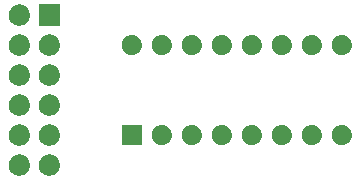
<source format=gbr>
G04 #@! TF.GenerationSoftware,KiCad,Pcbnew,5.99.0-unknown-r17121-d4cea0f2*
G04 #@! TF.CreationDate,2019-12-07T19:13:35-06:00*
G04 #@! TF.ProjectId,8_led_pmod,385f6c65-645f-4706-9d6f-642e6b696361,A*
G04 #@! TF.SameCoordinates,Original*
G04 #@! TF.FileFunction,Soldermask,Bot*
G04 #@! TF.FilePolarity,Negative*
%FSLAX46Y46*%
G04 Gerber Fmt 4.6, Leading zero omitted, Abs format (unit mm)*
G04 Created by KiCad (PCBNEW 5.99.0-unknown-r17121-d4cea0f2) date 2019-12-07 19:13:35*
%MOMM*%
%LPD*%
G04 APERTURE LIST*
G04 APERTURE END LIST*
G36*
X116889902Y-96889283D02*
G01*
X116934637Y-96889595D01*
X116978460Y-96898590D01*
X117028360Y-96903835D01*
X117070132Y-96917408D01*
X117107723Y-96925124D01*
X117154851Y-96944935D01*
X117208488Y-96962363D01*
X117241099Y-96981191D01*
X117270614Y-96993598D01*
X117318301Y-97025763D01*
X117372511Y-97057061D01*
X117395826Y-97078054D01*
X117417101Y-97092404D01*
X117462183Y-97137802D01*
X117513261Y-97183793D01*
X117528003Y-97204083D01*
X117541608Y-97217784D01*
X117580643Y-97276537D01*
X117624586Y-97337019D01*
X117632221Y-97354168D01*
X117639388Y-97364955D01*
X117668865Y-97436472D01*
X117701621Y-97510042D01*
X117704211Y-97522225D01*
X117706724Y-97528323D01*
X117723292Y-97611997D01*
X117740999Y-97695301D01*
X117740999Y-97884699D01*
X117738115Y-97898269D01*
X117738030Y-97904331D01*
X117719342Y-97986585D01*
X117701621Y-98069958D01*
X117699129Y-98075555D01*
X117699078Y-98075780D01*
X117627210Y-98237197D01*
X117627078Y-98237385D01*
X117624586Y-98242981D01*
X117574480Y-98311946D01*
X117525357Y-98381582D01*
X117520585Y-98386126D01*
X117513261Y-98396207D01*
X117453396Y-98450110D01*
X117397396Y-98503438D01*
X117386464Y-98510376D01*
X117372511Y-98522939D01*
X117307764Y-98560321D01*
X117248211Y-98598114D01*
X117230209Y-98605097D01*
X117208488Y-98617637D01*
X117143115Y-98638878D01*
X117083468Y-98662014D01*
X117058200Y-98666469D01*
X117028360Y-98676165D01*
X116966095Y-98682709D01*
X116909460Y-98692695D01*
X116877459Y-98692025D01*
X116840000Y-98695962D01*
X116783902Y-98690066D01*
X116732799Y-98688996D01*
X116695323Y-98680756D01*
X116651640Y-98676165D01*
X116603917Y-98660659D01*
X116560225Y-98651052D01*
X116519230Y-98633142D01*
X116471512Y-98617637D01*
X116433473Y-98595675D01*
X116398310Y-98580313D01*
X116356337Y-98551141D01*
X116307489Y-98522939D01*
X116279504Y-98497741D01*
X116253215Y-98479470D01*
X116213257Y-98438092D01*
X116166739Y-98396207D01*
X116148296Y-98370823D01*
X116130473Y-98352366D01*
X116095821Y-98298597D01*
X116055414Y-98242981D01*
X116045212Y-98220066D01*
X116034754Y-98203839D01*
X116008789Y-98138261D01*
X115978379Y-98069958D01*
X115974476Y-98051596D01*
X115969707Y-98039551D01*
X115955740Y-97963448D01*
X115939001Y-97884699D01*
X115939001Y-97872246D01*
X115937811Y-97865762D01*
X115939001Y-97780535D01*
X115939001Y-97695301D01*
X115940275Y-97689308D01*
X115940278Y-97689077D01*
X115977015Y-97516246D01*
X115977105Y-97516036D01*
X115978379Y-97510042D01*
X116013042Y-97432188D01*
X116046622Y-97353839D01*
X116050348Y-97348397D01*
X116055414Y-97337019D01*
X116102746Y-97271872D01*
X116146452Y-97208041D01*
X116155706Y-97198979D01*
X116166739Y-97183793D01*
X116222297Y-97133769D01*
X116272693Y-97084417D01*
X116288848Y-97073846D01*
X116307489Y-97057061D01*
X116367026Y-97022687D01*
X116420551Y-96987662D01*
X116444340Y-96978050D01*
X116471512Y-96962363D01*
X116531045Y-96943019D01*
X116584376Y-96921472D01*
X116615820Y-96915474D01*
X116651640Y-96903835D01*
X116707744Y-96897938D01*
X116757945Y-96888362D01*
X116796312Y-96888630D01*
X116840000Y-96884038D01*
X116889902Y-96889283D01*
G37*
G36*
X114349902Y-96889283D02*
G01*
X114394637Y-96889595D01*
X114438460Y-96898590D01*
X114488360Y-96903835D01*
X114530132Y-96917408D01*
X114567723Y-96925124D01*
X114614851Y-96944935D01*
X114668488Y-96962363D01*
X114701099Y-96981191D01*
X114730614Y-96993598D01*
X114778301Y-97025763D01*
X114832511Y-97057061D01*
X114855826Y-97078054D01*
X114877101Y-97092404D01*
X114922183Y-97137802D01*
X114973261Y-97183793D01*
X114988003Y-97204083D01*
X115001608Y-97217784D01*
X115040643Y-97276537D01*
X115084586Y-97337019D01*
X115092221Y-97354168D01*
X115099388Y-97364955D01*
X115128865Y-97436472D01*
X115161621Y-97510042D01*
X115164211Y-97522225D01*
X115166724Y-97528323D01*
X115183292Y-97611997D01*
X115200999Y-97695301D01*
X115200999Y-97884699D01*
X115198115Y-97898269D01*
X115198030Y-97904331D01*
X115179342Y-97986585D01*
X115161621Y-98069958D01*
X115159129Y-98075555D01*
X115159078Y-98075780D01*
X115087210Y-98237197D01*
X115087078Y-98237385D01*
X115084586Y-98242981D01*
X115034480Y-98311946D01*
X114985357Y-98381582D01*
X114980585Y-98386126D01*
X114973261Y-98396207D01*
X114913396Y-98450110D01*
X114857396Y-98503438D01*
X114846464Y-98510376D01*
X114832511Y-98522939D01*
X114767764Y-98560321D01*
X114708211Y-98598114D01*
X114690209Y-98605097D01*
X114668488Y-98617637D01*
X114603115Y-98638878D01*
X114543468Y-98662014D01*
X114518200Y-98666469D01*
X114488360Y-98676165D01*
X114426095Y-98682709D01*
X114369460Y-98692695D01*
X114337459Y-98692025D01*
X114300000Y-98695962D01*
X114243902Y-98690066D01*
X114192799Y-98688996D01*
X114155323Y-98680756D01*
X114111640Y-98676165D01*
X114063917Y-98660659D01*
X114020225Y-98651052D01*
X113979230Y-98633142D01*
X113931512Y-98617637D01*
X113893473Y-98595675D01*
X113858310Y-98580313D01*
X113816337Y-98551141D01*
X113767489Y-98522939D01*
X113739504Y-98497741D01*
X113713215Y-98479470D01*
X113673257Y-98438092D01*
X113626739Y-98396207D01*
X113608296Y-98370823D01*
X113590473Y-98352366D01*
X113555821Y-98298597D01*
X113515414Y-98242981D01*
X113505212Y-98220066D01*
X113494754Y-98203839D01*
X113468789Y-98138261D01*
X113438379Y-98069958D01*
X113434476Y-98051596D01*
X113429707Y-98039551D01*
X113415740Y-97963448D01*
X113399001Y-97884699D01*
X113399001Y-97872246D01*
X113397811Y-97865762D01*
X113399001Y-97780535D01*
X113399001Y-97695301D01*
X113400275Y-97689308D01*
X113400278Y-97689077D01*
X113437015Y-97516246D01*
X113437105Y-97516036D01*
X113438379Y-97510042D01*
X113473042Y-97432188D01*
X113506622Y-97353839D01*
X113510348Y-97348397D01*
X113515414Y-97337019D01*
X113562746Y-97271872D01*
X113606452Y-97208041D01*
X113615706Y-97198979D01*
X113626739Y-97183793D01*
X113682297Y-97133769D01*
X113732693Y-97084417D01*
X113748848Y-97073846D01*
X113767489Y-97057061D01*
X113827026Y-97022687D01*
X113880551Y-96987662D01*
X113904340Y-96978050D01*
X113931512Y-96962363D01*
X113991045Y-96943019D01*
X114044376Y-96921472D01*
X114075820Y-96915474D01*
X114111640Y-96903835D01*
X114167744Y-96897938D01*
X114217945Y-96888362D01*
X114256312Y-96888630D01*
X114300000Y-96884038D01*
X114349902Y-96889283D01*
G37*
G36*
X114349902Y-94349283D02*
G01*
X114394637Y-94349595D01*
X114438460Y-94358590D01*
X114488360Y-94363835D01*
X114530132Y-94377408D01*
X114567723Y-94385124D01*
X114614851Y-94404935D01*
X114668488Y-94422363D01*
X114701099Y-94441191D01*
X114730614Y-94453598D01*
X114778301Y-94485763D01*
X114832511Y-94517061D01*
X114855826Y-94538054D01*
X114877101Y-94552404D01*
X114922183Y-94597802D01*
X114973261Y-94643793D01*
X114988003Y-94664083D01*
X115001608Y-94677784D01*
X115040643Y-94736537D01*
X115084586Y-94797019D01*
X115092221Y-94814168D01*
X115099388Y-94824955D01*
X115128865Y-94896472D01*
X115161621Y-94970042D01*
X115164211Y-94982225D01*
X115166724Y-94988323D01*
X115183292Y-95071997D01*
X115200999Y-95155301D01*
X115200999Y-95344699D01*
X115198115Y-95358269D01*
X115198030Y-95364331D01*
X115179342Y-95446585D01*
X115161621Y-95529958D01*
X115159129Y-95535555D01*
X115159078Y-95535780D01*
X115087210Y-95697197D01*
X115087078Y-95697385D01*
X115084586Y-95702981D01*
X115034480Y-95771946D01*
X114985357Y-95841582D01*
X114980585Y-95846126D01*
X114973261Y-95856207D01*
X114913396Y-95910110D01*
X114857396Y-95963438D01*
X114846464Y-95970376D01*
X114832511Y-95982939D01*
X114767764Y-96020321D01*
X114708211Y-96058114D01*
X114690209Y-96065097D01*
X114668488Y-96077637D01*
X114603115Y-96098878D01*
X114543468Y-96122014D01*
X114518200Y-96126469D01*
X114488360Y-96136165D01*
X114426095Y-96142709D01*
X114369460Y-96152695D01*
X114337459Y-96152025D01*
X114300000Y-96155962D01*
X114243902Y-96150066D01*
X114192799Y-96148996D01*
X114155323Y-96140756D01*
X114111640Y-96136165D01*
X114063917Y-96120659D01*
X114020225Y-96111052D01*
X113979230Y-96093142D01*
X113931512Y-96077637D01*
X113893473Y-96055675D01*
X113858310Y-96040313D01*
X113816337Y-96011141D01*
X113767489Y-95982939D01*
X113739504Y-95957741D01*
X113713215Y-95939470D01*
X113673257Y-95898092D01*
X113626739Y-95856207D01*
X113608296Y-95830823D01*
X113590473Y-95812366D01*
X113555821Y-95758597D01*
X113515414Y-95702981D01*
X113505212Y-95680066D01*
X113494754Y-95663839D01*
X113468789Y-95598261D01*
X113438379Y-95529958D01*
X113434476Y-95511596D01*
X113429707Y-95499551D01*
X113415740Y-95423448D01*
X113399001Y-95344699D01*
X113399001Y-95332246D01*
X113397811Y-95325762D01*
X113399001Y-95240535D01*
X113399001Y-95155301D01*
X113400275Y-95149308D01*
X113400278Y-95149077D01*
X113437015Y-94976246D01*
X113437105Y-94976036D01*
X113438379Y-94970042D01*
X113473042Y-94892188D01*
X113506622Y-94813839D01*
X113510348Y-94808397D01*
X113515414Y-94797019D01*
X113562746Y-94731872D01*
X113606452Y-94668041D01*
X113615706Y-94658979D01*
X113626739Y-94643793D01*
X113682297Y-94593769D01*
X113732693Y-94544417D01*
X113748848Y-94533846D01*
X113767489Y-94517061D01*
X113827026Y-94482687D01*
X113880551Y-94447662D01*
X113904340Y-94438050D01*
X113931512Y-94422363D01*
X113991045Y-94403019D01*
X114044376Y-94381472D01*
X114075820Y-94375474D01*
X114111640Y-94363835D01*
X114167744Y-94357938D01*
X114217945Y-94348362D01*
X114256312Y-94348630D01*
X114300000Y-94344038D01*
X114349902Y-94349283D01*
G37*
G36*
X116889902Y-94349283D02*
G01*
X116934637Y-94349595D01*
X116978460Y-94358590D01*
X117028360Y-94363835D01*
X117070132Y-94377408D01*
X117107723Y-94385124D01*
X117154851Y-94404935D01*
X117208488Y-94422363D01*
X117241099Y-94441191D01*
X117270614Y-94453598D01*
X117318301Y-94485763D01*
X117372511Y-94517061D01*
X117395826Y-94538054D01*
X117417101Y-94552404D01*
X117462183Y-94597802D01*
X117513261Y-94643793D01*
X117528003Y-94664083D01*
X117541608Y-94677784D01*
X117580643Y-94736537D01*
X117624586Y-94797019D01*
X117632221Y-94814168D01*
X117639388Y-94824955D01*
X117668865Y-94896472D01*
X117701621Y-94970042D01*
X117704211Y-94982225D01*
X117706724Y-94988323D01*
X117723292Y-95071997D01*
X117740999Y-95155301D01*
X117740999Y-95344699D01*
X117738115Y-95358269D01*
X117738030Y-95364331D01*
X117719342Y-95446585D01*
X117701621Y-95529958D01*
X117699129Y-95535555D01*
X117699078Y-95535780D01*
X117627210Y-95697197D01*
X117627078Y-95697385D01*
X117624586Y-95702981D01*
X117574480Y-95771946D01*
X117525357Y-95841582D01*
X117520585Y-95846126D01*
X117513261Y-95856207D01*
X117453396Y-95910110D01*
X117397396Y-95963438D01*
X117386464Y-95970376D01*
X117372511Y-95982939D01*
X117307764Y-96020321D01*
X117248211Y-96058114D01*
X117230209Y-96065097D01*
X117208488Y-96077637D01*
X117143115Y-96098878D01*
X117083468Y-96122014D01*
X117058200Y-96126469D01*
X117028360Y-96136165D01*
X116966095Y-96142709D01*
X116909460Y-96152695D01*
X116877459Y-96152025D01*
X116840000Y-96155962D01*
X116783902Y-96150066D01*
X116732799Y-96148996D01*
X116695323Y-96140756D01*
X116651640Y-96136165D01*
X116603917Y-96120659D01*
X116560225Y-96111052D01*
X116519230Y-96093142D01*
X116471512Y-96077637D01*
X116433473Y-96055675D01*
X116398310Y-96040313D01*
X116356337Y-96011141D01*
X116307489Y-95982939D01*
X116279504Y-95957741D01*
X116253215Y-95939470D01*
X116213257Y-95898092D01*
X116166739Y-95856207D01*
X116148296Y-95830823D01*
X116130473Y-95812366D01*
X116095821Y-95758597D01*
X116055414Y-95702981D01*
X116045212Y-95680066D01*
X116034754Y-95663839D01*
X116008789Y-95598261D01*
X115978379Y-95529958D01*
X115974476Y-95511596D01*
X115969707Y-95499551D01*
X115955740Y-95423448D01*
X115939001Y-95344699D01*
X115939001Y-95332246D01*
X115937811Y-95325762D01*
X115939001Y-95240535D01*
X115939001Y-95155301D01*
X115940275Y-95149308D01*
X115940278Y-95149077D01*
X115977015Y-94976246D01*
X115977105Y-94976036D01*
X115978379Y-94970042D01*
X116013042Y-94892188D01*
X116046622Y-94813839D01*
X116050348Y-94808397D01*
X116055414Y-94797019D01*
X116102746Y-94731872D01*
X116146452Y-94668041D01*
X116155706Y-94658979D01*
X116166739Y-94643793D01*
X116222297Y-94593769D01*
X116272693Y-94544417D01*
X116288848Y-94533846D01*
X116307489Y-94517061D01*
X116367026Y-94482687D01*
X116420551Y-94447662D01*
X116444340Y-94438050D01*
X116471512Y-94422363D01*
X116531045Y-94403019D01*
X116584376Y-94381472D01*
X116615820Y-94375474D01*
X116651640Y-94363835D01*
X116707744Y-94357938D01*
X116757945Y-94348362D01*
X116796312Y-94348630D01*
X116840000Y-94344038D01*
X116889902Y-94349283D01*
G37*
G36*
X133987976Y-94397826D02*
G01*
X134029766Y-94395782D01*
X134074056Y-94402639D01*
X134124810Y-94405476D01*
X134165163Y-94416743D01*
X134200621Y-94422232D01*
X134248204Y-94439928D01*
X134302898Y-94455199D01*
X134334622Y-94472067D01*
X134362659Y-94482494D01*
X134410757Y-94512549D01*
X134466153Y-94542004D01*
X134488968Y-94561421D01*
X134509271Y-94574108D01*
X134554641Y-94617313D01*
X134606961Y-94661841D01*
X134621463Y-94680947D01*
X134634472Y-94693335D01*
X134673616Y-94749655D01*
X134718751Y-94809118D01*
X134726302Y-94825459D01*
X134733142Y-94835301D01*
X134762508Y-94903817D01*
X134796307Y-94976965D01*
X134798885Y-94988692D01*
X134801247Y-94994202D01*
X134817429Y-95073036D01*
X134836011Y-95157551D01*
X134835345Y-95348388D01*
X134816181Y-95432738D01*
X134799443Y-95511485D01*
X134797041Y-95516982D01*
X134794381Y-95528692D01*
X134760069Y-95601609D01*
X134730227Y-95669915D01*
X134723318Y-95679709D01*
X134715655Y-95695994D01*
X134670114Y-95755130D01*
X134630570Y-95811187D01*
X134617472Y-95823487D01*
X134602840Y-95842487D01*
X134550227Y-95886635D01*
X134504544Y-95929534D01*
X134484147Y-95942082D01*
X134461199Y-95961338D01*
X134405600Y-95990405D01*
X134357293Y-96020123D01*
X134329184Y-96030354D01*
X134297341Y-96047001D01*
X134242534Y-96061892D01*
X134194831Y-96079254D01*
X134159340Y-96084495D01*
X134118911Y-96095479D01*
X134068139Y-96097962D01*
X134023803Y-96104509D01*
X133982027Y-96102174D01*
X133934233Y-96104511D01*
X133889992Y-96097028D01*
X133851189Y-96094859D01*
X133804980Y-96082650D01*
X133751923Y-96073676D01*
X133715839Y-96059097D01*
X133684035Y-96050694D01*
X133635897Y-96026799D01*
X133580488Y-96004412D01*
X133553311Y-95985804D01*
X133529182Y-95973826D01*
X133482128Y-95937063D01*
X133427926Y-95899950D01*
X133409469Y-95880295D01*
X133392950Y-95867389D01*
X133350400Y-95817393D01*
X133301354Y-95765164D01*
X133290608Y-95747138D01*
X133280896Y-95735726D01*
X133246401Y-95672981D01*
X133206678Y-95606344D01*
X133201943Y-95592111D01*
X133197610Y-95584229D01*
X133174692Y-95510192D01*
X133148314Y-95430898D01*
X133147372Y-95421934D01*
X133146486Y-95419072D01*
X133138347Y-95336068D01*
X133128987Y-95247012D01*
X133138967Y-95158044D01*
X133147687Y-95075078D01*
X133148593Y-95072220D01*
X133149598Y-95063265D01*
X133176530Y-94984153D01*
X133199963Y-94910281D01*
X133204350Y-94902432D01*
X133209184Y-94888231D01*
X133249382Y-94821857D01*
X133284304Y-94759371D01*
X133294092Y-94748031D01*
X133304967Y-94730075D01*
X133354385Y-94678181D01*
X133397273Y-94628495D01*
X133413879Y-94615707D01*
X133432477Y-94596177D01*
X133486952Y-94559433D01*
X133534250Y-94523009D01*
X133558458Y-94511202D01*
X133585765Y-94492783D01*
X133641319Y-94470787D01*
X133689633Y-94447223D01*
X133721503Y-94439040D01*
X133757679Y-94424717D01*
X133810795Y-94416114D01*
X133857088Y-94404228D01*
X133895903Y-94402330D01*
X133940199Y-94395155D01*
X133987976Y-94397826D01*
G37*
G36*
X136527976Y-94397826D02*
G01*
X136569766Y-94395782D01*
X136614056Y-94402639D01*
X136664810Y-94405476D01*
X136705163Y-94416743D01*
X136740621Y-94422232D01*
X136788204Y-94439928D01*
X136842898Y-94455199D01*
X136874622Y-94472067D01*
X136902659Y-94482494D01*
X136950757Y-94512549D01*
X137006153Y-94542004D01*
X137028968Y-94561421D01*
X137049271Y-94574108D01*
X137094641Y-94617313D01*
X137146961Y-94661841D01*
X137161463Y-94680947D01*
X137174472Y-94693335D01*
X137213616Y-94749655D01*
X137258751Y-94809118D01*
X137266302Y-94825459D01*
X137273142Y-94835301D01*
X137302508Y-94903817D01*
X137336307Y-94976965D01*
X137338885Y-94988692D01*
X137341247Y-94994202D01*
X137357429Y-95073036D01*
X137376011Y-95157551D01*
X137375345Y-95348388D01*
X137356181Y-95432738D01*
X137339443Y-95511485D01*
X137337041Y-95516982D01*
X137334381Y-95528692D01*
X137300069Y-95601609D01*
X137270227Y-95669915D01*
X137263318Y-95679709D01*
X137255655Y-95695994D01*
X137210114Y-95755130D01*
X137170570Y-95811187D01*
X137157472Y-95823487D01*
X137142840Y-95842487D01*
X137090227Y-95886635D01*
X137044544Y-95929534D01*
X137024147Y-95942082D01*
X137001199Y-95961338D01*
X136945600Y-95990405D01*
X136897293Y-96020123D01*
X136869184Y-96030354D01*
X136837341Y-96047001D01*
X136782534Y-96061892D01*
X136734831Y-96079254D01*
X136699340Y-96084495D01*
X136658911Y-96095479D01*
X136608139Y-96097962D01*
X136563803Y-96104509D01*
X136522027Y-96102174D01*
X136474233Y-96104511D01*
X136429992Y-96097028D01*
X136391189Y-96094859D01*
X136344980Y-96082650D01*
X136291923Y-96073676D01*
X136255839Y-96059097D01*
X136224035Y-96050694D01*
X136175897Y-96026799D01*
X136120488Y-96004412D01*
X136093311Y-95985804D01*
X136069182Y-95973826D01*
X136022128Y-95937063D01*
X135967926Y-95899950D01*
X135949469Y-95880295D01*
X135932950Y-95867389D01*
X135890400Y-95817393D01*
X135841354Y-95765164D01*
X135830608Y-95747138D01*
X135820896Y-95735726D01*
X135786401Y-95672981D01*
X135746678Y-95606344D01*
X135741943Y-95592111D01*
X135737610Y-95584229D01*
X135714692Y-95510192D01*
X135688314Y-95430898D01*
X135687372Y-95421934D01*
X135686486Y-95419072D01*
X135678347Y-95336068D01*
X135668987Y-95247012D01*
X135678967Y-95158044D01*
X135687687Y-95075078D01*
X135688593Y-95072220D01*
X135689598Y-95063265D01*
X135716530Y-94984153D01*
X135739963Y-94910281D01*
X135744350Y-94902432D01*
X135749184Y-94888231D01*
X135789382Y-94821857D01*
X135824304Y-94759371D01*
X135834092Y-94748031D01*
X135844967Y-94730075D01*
X135894385Y-94678181D01*
X135937273Y-94628495D01*
X135953879Y-94615707D01*
X135972477Y-94596177D01*
X136026952Y-94559433D01*
X136074250Y-94523009D01*
X136098458Y-94511202D01*
X136125765Y-94492783D01*
X136181319Y-94470787D01*
X136229633Y-94447223D01*
X136261503Y-94439040D01*
X136297679Y-94424717D01*
X136350795Y-94416114D01*
X136397088Y-94404228D01*
X136435903Y-94402330D01*
X136480199Y-94395155D01*
X136527976Y-94397826D01*
G37*
G36*
X131447976Y-94397826D02*
G01*
X131489766Y-94395782D01*
X131534056Y-94402639D01*
X131584810Y-94405476D01*
X131625163Y-94416743D01*
X131660621Y-94422232D01*
X131708204Y-94439928D01*
X131762898Y-94455199D01*
X131794622Y-94472067D01*
X131822659Y-94482494D01*
X131870757Y-94512549D01*
X131926153Y-94542004D01*
X131948968Y-94561421D01*
X131969271Y-94574108D01*
X132014641Y-94617313D01*
X132066961Y-94661841D01*
X132081463Y-94680947D01*
X132094472Y-94693335D01*
X132133616Y-94749655D01*
X132178751Y-94809118D01*
X132186302Y-94825459D01*
X132193142Y-94835301D01*
X132222508Y-94903817D01*
X132256307Y-94976965D01*
X132258885Y-94988692D01*
X132261247Y-94994202D01*
X132277429Y-95073036D01*
X132296011Y-95157551D01*
X132295345Y-95348388D01*
X132276181Y-95432738D01*
X132259443Y-95511485D01*
X132257041Y-95516982D01*
X132254381Y-95528692D01*
X132220069Y-95601609D01*
X132190227Y-95669915D01*
X132183318Y-95679709D01*
X132175655Y-95695994D01*
X132130114Y-95755130D01*
X132090570Y-95811187D01*
X132077472Y-95823487D01*
X132062840Y-95842487D01*
X132010227Y-95886635D01*
X131964544Y-95929534D01*
X131944147Y-95942082D01*
X131921199Y-95961338D01*
X131865600Y-95990405D01*
X131817293Y-96020123D01*
X131789184Y-96030354D01*
X131757341Y-96047001D01*
X131702534Y-96061892D01*
X131654831Y-96079254D01*
X131619340Y-96084495D01*
X131578911Y-96095479D01*
X131528139Y-96097962D01*
X131483803Y-96104509D01*
X131442027Y-96102174D01*
X131394233Y-96104511D01*
X131349992Y-96097028D01*
X131311189Y-96094859D01*
X131264980Y-96082650D01*
X131211923Y-96073676D01*
X131175839Y-96059097D01*
X131144035Y-96050694D01*
X131095897Y-96026799D01*
X131040488Y-96004412D01*
X131013311Y-95985804D01*
X130989182Y-95973826D01*
X130942128Y-95937063D01*
X130887926Y-95899950D01*
X130869469Y-95880295D01*
X130852950Y-95867389D01*
X130810400Y-95817393D01*
X130761354Y-95765164D01*
X130750608Y-95747138D01*
X130740896Y-95735726D01*
X130706401Y-95672981D01*
X130666678Y-95606344D01*
X130661943Y-95592111D01*
X130657610Y-95584229D01*
X130634692Y-95510192D01*
X130608314Y-95430898D01*
X130607372Y-95421934D01*
X130606486Y-95419072D01*
X130598347Y-95336068D01*
X130588987Y-95247012D01*
X130598967Y-95158044D01*
X130607687Y-95075078D01*
X130608593Y-95072220D01*
X130609598Y-95063265D01*
X130636530Y-94984153D01*
X130659963Y-94910281D01*
X130664350Y-94902432D01*
X130669184Y-94888231D01*
X130709382Y-94821857D01*
X130744304Y-94759371D01*
X130754092Y-94748031D01*
X130764967Y-94730075D01*
X130814385Y-94678181D01*
X130857273Y-94628495D01*
X130873879Y-94615707D01*
X130892477Y-94596177D01*
X130946952Y-94559433D01*
X130994250Y-94523009D01*
X131018458Y-94511202D01*
X131045765Y-94492783D01*
X131101319Y-94470787D01*
X131149633Y-94447223D01*
X131181503Y-94439040D01*
X131217679Y-94424717D01*
X131270795Y-94416114D01*
X131317088Y-94404228D01*
X131355903Y-94402330D01*
X131400199Y-94395155D01*
X131447976Y-94397826D01*
G37*
G36*
X139067976Y-94397826D02*
G01*
X139109766Y-94395782D01*
X139154056Y-94402639D01*
X139204810Y-94405476D01*
X139245163Y-94416743D01*
X139280621Y-94422232D01*
X139328204Y-94439928D01*
X139382898Y-94455199D01*
X139414622Y-94472067D01*
X139442659Y-94482494D01*
X139490757Y-94512549D01*
X139546153Y-94542004D01*
X139568968Y-94561421D01*
X139589271Y-94574108D01*
X139634641Y-94617313D01*
X139686961Y-94661841D01*
X139701463Y-94680947D01*
X139714472Y-94693335D01*
X139753616Y-94749655D01*
X139798751Y-94809118D01*
X139806302Y-94825459D01*
X139813142Y-94835301D01*
X139842508Y-94903817D01*
X139876307Y-94976965D01*
X139878885Y-94988692D01*
X139881247Y-94994202D01*
X139897429Y-95073036D01*
X139916011Y-95157551D01*
X139915345Y-95348388D01*
X139896181Y-95432738D01*
X139879443Y-95511485D01*
X139877041Y-95516982D01*
X139874381Y-95528692D01*
X139840069Y-95601609D01*
X139810227Y-95669915D01*
X139803318Y-95679709D01*
X139795655Y-95695994D01*
X139750114Y-95755130D01*
X139710570Y-95811187D01*
X139697472Y-95823487D01*
X139682840Y-95842487D01*
X139630227Y-95886635D01*
X139584544Y-95929534D01*
X139564147Y-95942082D01*
X139541199Y-95961338D01*
X139485600Y-95990405D01*
X139437293Y-96020123D01*
X139409184Y-96030354D01*
X139377341Y-96047001D01*
X139322534Y-96061892D01*
X139274831Y-96079254D01*
X139239340Y-96084495D01*
X139198911Y-96095479D01*
X139148139Y-96097962D01*
X139103803Y-96104509D01*
X139062027Y-96102174D01*
X139014233Y-96104511D01*
X138969992Y-96097028D01*
X138931189Y-96094859D01*
X138884980Y-96082650D01*
X138831923Y-96073676D01*
X138795839Y-96059097D01*
X138764035Y-96050694D01*
X138715897Y-96026799D01*
X138660488Y-96004412D01*
X138633311Y-95985804D01*
X138609182Y-95973826D01*
X138562128Y-95937063D01*
X138507926Y-95899950D01*
X138489469Y-95880295D01*
X138472950Y-95867389D01*
X138430400Y-95817393D01*
X138381354Y-95765164D01*
X138370608Y-95747138D01*
X138360896Y-95735726D01*
X138326401Y-95672981D01*
X138286678Y-95606344D01*
X138281943Y-95592111D01*
X138277610Y-95584229D01*
X138254692Y-95510192D01*
X138228314Y-95430898D01*
X138227372Y-95421934D01*
X138226486Y-95419072D01*
X138218347Y-95336068D01*
X138208987Y-95247012D01*
X138218967Y-95158044D01*
X138227687Y-95075078D01*
X138228593Y-95072220D01*
X138229598Y-95063265D01*
X138256530Y-94984153D01*
X138279963Y-94910281D01*
X138284350Y-94902432D01*
X138289184Y-94888231D01*
X138329382Y-94821857D01*
X138364304Y-94759371D01*
X138374092Y-94748031D01*
X138384967Y-94730075D01*
X138434385Y-94678181D01*
X138477273Y-94628495D01*
X138493879Y-94615707D01*
X138512477Y-94596177D01*
X138566952Y-94559433D01*
X138614250Y-94523009D01*
X138638458Y-94511202D01*
X138665765Y-94492783D01*
X138721319Y-94470787D01*
X138769633Y-94447223D01*
X138801503Y-94439040D01*
X138837679Y-94424717D01*
X138890795Y-94416114D01*
X138937088Y-94404228D01*
X138975903Y-94402330D01*
X139020199Y-94395155D01*
X139067976Y-94397826D01*
G37*
G36*
X141607976Y-94397826D02*
G01*
X141649766Y-94395782D01*
X141694056Y-94402639D01*
X141744810Y-94405476D01*
X141785163Y-94416743D01*
X141820621Y-94422232D01*
X141868204Y-94439928D01*
X141922898Y-94455199D01*
X141954622Y-94472067D01*
X141982659Y-94482494D01*
X142030757Y-94512549D01*
X142086153Y-94542004D01*
X142108968Y-94561421D01*
X142129271Y-94574108D01*
X142174641Y-94617313D01*
X142226961Y-94661841D01*
X142241463Y-94680947D01*
X142254472Y-94693335D01*
X142293616Y-94749655D01*
X142338751Y-94809118D01*
X142346302Y-94825459D01*
X142353142Y-94835301D01*
X142382508Y-94903817D01*
X142416307Y-94976965D01*
X142418885Y-94988692D01*
X142421247Y-94994202D01*
X142437429Y-95073036D01*
X142456011Y-95157551D01*
X142455345Y-95348388D01*
X142436181Y-95432738D01*
X142419443Y-95511485D01*
X142417041Y-95516982D01*
X142414381Y-95528692D01*
X142380069Y-95601609D01*
X142350227Y-95669915D01*
X142343318Y-95679709D01*
X142335655Y-95695994D01*
X142290114Y-95755130D01*
X142250570Y-95811187D01*
X142237472Y-95823487D01*
X142222840Y-95842487D01*
X142170227Y-95886635D01*
X142124544Y-95929534D01*
X142104147Y-95942082D01*
X142081199Y-95961338D01*
X142025600Y-95990405D01*
X141977293Y-96020123D01*
X141949184Y-96030354D01*
X141917341Y-96047001D01*
X141862534Y-96061892D01*
X141814831Y-96079254D01*
X141779340Y-96084495D01*
X141738911Y-96095479D01*
X141688139Y-96097962D01*
X141643803Y-96104509D01*
X141602027Y-96102174D01*
X141554233Y-96104511D01*
X141509992Y-96097028D01*
X141471189Y-96094859D01*
X141424980Y-96082650D01*
X141371923Y-96073676D01*
X141335839Y-96059097D01*
X141304035Y-96050694D01*
X141255897Y-96026799D01*
X141200488Y-96004412D01*
X141173311Y-95985804D01*
X141149182Y-95973826D01*
X141102128Y-95937063D01*
X141047926Y-95899950D01*
X141029469Y-95880295D01*
X141012950Y-95867389D01*
X140970400Y-95817393D01*
X140921354Y-95765164D01*
X140910608Y-95747138D01*
X140900896Y-95735726D01*
X140866401Y-95672981D01*
X140826678Y-95606344D01*
X140821943Y-95592111D01*
X140817610Y-95584229D01*
X140794692Y-95510192D01*
X140768314Y-95430898D01*
X140767372Y-95421934D01*
X140766486Y-95419072D01*
X140758347Y-95336068D01*
X140748987Y-95247012D01*
X140758967Y-95158044D01*
X140767687Y-95075078D01*
X140768593Y-95072220D01*
X140769598Y-95063265D01*
X140796530Y-94984153D01*
X140819963Y-94910281D01*
X140824350Y-94902432D01*
X140829184Y-94888231D01*
X140869382Y-94821857D01*
X140904304Y-94759371D01*
X140914092Y-94748031D01*
X140924967Y-94730075D01*
X140974385Y-94678181D01*
X141017273Y-94628495D01*
X141033879Y-94615707D01*
X141052477Y-94596177D01*
X141106952Y-94559433D01*
X141154250Y-94523009D01*
X141178458Y-94511202D01*
X141205765Y-94492783D01*
X141261319Y-94470787D01*
X141309633Y-94447223D01*
X141341503Y-94439040D01*
X141377679Y-94424717D01*
X141430795Y-94416114D01*
X141477088Y-94404228D01*
X141515903Y-94402330D01*
X141560199Y-94395155D01*
X141607976Y-94397826D01*
G37*
G36*
X126367976Y-94397826D02*
G01*
X126409766Y-94395782D01*
X126454056Y-94402639D01*
X126504810Y-94405476D01*
X126545163Y-94416743D01*
X126580621Y-94422232D01*
X126628204Y-94439928D01*
X126682898Y-94455199D01*
X126714622Y-94472067D01*
X126742659Y-94482494D01*
X126790757Y-94512549D01*
X126846153Y-94542004D01*
X126868968Y-94561421D01*
X126889271Y-94574108D01*
X126934641Y-94617313D01*
X126986961Y-94661841D01*
X127001463Y-94680947D01*
X127014472Y-94693335D01*
X127053616Y-94749655D01*
X127098751Y-94809118D01*
X127106302Y-94825459D01*
X127113142Y-94835301D01*
X127142508Y-94903817D01*
X127176307Y-94976965D01*
X127178885Y-94988692D01*
X127181247Y-94994202D01*
X127197429Y-95073036D01*
X127216011Y-95157551D01*
X127215345Y-95348388D01*
X127196181Y-95432738D01*
X127179443Y-95511485D01*
X127177041Y-95516982D01*
X127174381Y-95528692D01*
X127140069Y-95601609D01*
X127110227Y-95669915D01*
X127103318Y-95679709D01*
X127095655Y-95695994D01*
X127050114Y-95755130D01*
X127010570Y-95811187D01*
X126997472Y-95823487D01*
X126982840Y-95842487D01*
X126930227Y-95886635D01*
X126884544Y-95929534D01*
X126864147Y-95942082D01*
X126841199Y-95961338D01*
X126785600Y-95990405D01*
X126737293Y-96020123D01*
X126709184Y-96030354D01*
X126677341Y-96047001D01*
X126622534Y-96061892D01*
X126574831Y-96079254D01*
X126539340Y-96084495D01*
X126498911Y-96095479D01*
X126448139Y-96097962D01*
X126403803Y-96104509D01*
X126362027Y-96102174D01*
X126314233Y-96104511D01*
X126269992Y-96097028D01*
X126231189Y-96094859D01*
X126184980Y-96082650D01*
X126131923Y-96073676D01*
X126095839Y-96059097D01*
X126064035Y-96050694D01*
X126015897Y-96026799D01*
X125960488Y-96004412D01*
X125933311Y-95985804D01*
X125909182Y-95973826D01*
X125862128Y-95937063D01*
X125807926Y-95899950D01*
X125789469Y-95880295D01*
X125772950Y-95867389D01*
X125730400Y-95817393D01*
X125681354Y-95765164D01*
X125670608Y-95747138D01*
X125660896Y-95735726D01*
X125626401Y-95672981D01*
X125586678Y-95606344D01*
X125581943Y-95592111D01*
X125577610Y-95584229D01*
X125554692Y-95510192D01*
X125528314Y-95430898D01*
X125527372Y-95421934D01*
X125526486Y-95419072D01*
X125518347Y-95336068D01*
X125508987Y-95247012D01*
X125518967Y-95158044D01*
X125527687Y-95075078D01*
X125528593Y-95072220D01*
X125529598Y-95063265D01*
X125556530Y-94984153D01*
X125579963Y-94910281D01*
X125584350Y-94902432D01*
X125589184Y-94888231D01*
X125629382Y-94821857D01*
X125664304Y-94759371D01*
X125674092Y-94748031D01*
X125684967Y-94730075D01*
X125734385Y-94678181D01*
X125777273Y-94628495D01*
X125793879Y-94615707D01*
X125812477Y-94596177D01*
X125866952Y-94559433D01*
X125914250Y-94523009D01*
X125938458Y-94511202D01*
X125965765Y-94492783D01*
X126021319Y-94470787D01*
X126069633Y-94447223D01*
X126101503Y-94439040D01*
X126137679Y-94424717D01*
X126190795Y-94416114D01*
X126237088Y-94404228D01*
X126275903Y-94402330D01*
X126320199Y-94395155D01*
X126367976Y-94397826D01*
G37*
G36*
X128907976Y-94397826D02*
G01*
X128949766Y-94395782D01*
X128994056Y-94402639D01*
X129044810Y-94405476D01*
X129085163Y-94416743D01*
X129120621Y-94422232D01*
X129168204Y-94439928D01*
X129222898Y-94455199D01*
X129254622Y-94472067D01*
X129282659Y-94482494D01*
X129330757Y-94512549D01*
X129386153Y-94542004D01*
X129408968Y-94561421D01*
X129429271Y-94574108D01*
X129474641Y-94617313D01*
X129526961Y-94661841D01*
X129541463Y-94680947D01*
X129554472Y-94693335D01*
X129593616Y-94749655D01*
X129638751Y-94809118D01*
X129646302Y-94825459D01*
X129653142Y-94835301D01*
X129682508Y-94903817D01*
X129716307Y-94976965D01*
X129718885Y-94988692D01*
X129721247Y-94994202D01*
X129737429Y-95073036D01*
X129756011Y-95157551D01*
X129755345Y-95348388D01*
X129736181Y-95432738D01*
X129719443Y-95511485D01*
X129717041Y-95516982D01*
X129714381Y-95528692D01*
X129680069Y-95601609D01*
X129650227Y-95669915D01*
X129643318Y-95679709D01*
X129635655Y-95695994D01*
X129590114Y-95755130D01*
X129550570Y-95811187D01*
X129537472Y-95823487D01*
X129522840Y-95842487D01*
X129470227Y-95886635D01*
X129424544Y-95929534D01*
X129404147Y-95942082D01*
X129381199Y-95961338D01*
X129325600Y-95990405D01*
X129277293Y-96020123D01*
X129249184Y-96030354D01*
X129217341Y-96047001D01*
X129162534Y-96061892D01*
X129114831Y-96079254D01*
X129079340Y-96084495D01*
X129038911Y-96095479D01*
X128988139Y-96097962D01*
X128943803Y-96104509D01*
X128902027Y-96102174D01*
X128854233Y-96104511D01*
X128809992Y-96097028D01*
X128771189Y-96094859D01*
X128724980Y-96082650D01*
X128671923Y-96073676D01*
X128635839Y-96059097D01*
X128604035Y-96050694D01*
X128555897Y-96026799D01*
X128500488Y-96004412D01*
X128473311Y-95985804D01*
X128449182Y-95973826D01*
X128402128Y-95937063D01*
X128347926Y-95899950D01*
X128329469Y-95880295D01*
X128312950Y-95867389D01*
X128270400Y-95817393D01*
X128221354Y-95765164D01*
X128210608Y-95747138D01*
X128200896Y-95735726D01*
X128166401Y-95672981D01*
X128126678Y-95606344D01*
X128121943Y-95592111D01*
X128117610Y-95584229D01*
X128094692Y-95510192D01*
X128068314Y-95430898D01*
X128067372Y-95421934D01*
X128066486Y-95419072D01*
X128058347Y-95336068D01*
X128048987Y-95247012D01*
X128058967Y-95158044D01*
X128067687Y-95075078D01*
X128068593Y-95072220D01*
X128069598Y-95063265D01*
X128096530Y-94984153D01*
X128119963Y-94910281D01*
X128124350Y-94902432D01*
X128129184Y-94888231D01*
X128169382Y-94821857D01*
X128204304Y-94759371D01*
X128214092Y-94748031D01*
X128224967Y-94730075D01*
X128274385Y-94678181D01*
X128317273Y-94628495D01*
X128333879Y-94615707D01*
X128352477Y-94596177D01*
X128406952Y-94559433D01*
X128454250Y-94523009D01*
X128478458Y-94511202D01*
X128505765Y-94492783D01*
X128561319Y-94470787D01*
X128609633Y-94447223D01*
X128641503Y-94439040D01*
X128677679Y-94424717D01*
X128730795Y-94416114D01*
X128777088Y-94404228D01*
X128815903Y-94402330D01*
X128860199Y-94395155D01*
X128907976Y-94397826D01*
G37*
G36*
X124644899Y-94401959D02*
G01*
X124661769Y-94413231D01*
X124673041Y-94430101D01*
X124679448Y-94462312D01*
X124679448Y-96037688D01*
X124676999Y-96050000D01*
X124673041Y-96069899D01*
X124661769Y-96086769D01*
X124644899Y-96098041D01*
X124625000Y-96101999D01*
X124612688Y-96104448D01*
X123037312Y-96104448D01*
X123005101Y-96098041D01*
X122988231Y-96086769D01*
X122976959Y-96069899D01*
X122970552Y-96037688D01*
X122970552Y-94462312D01*
X122976959Y-94430101D01*
X122988231Y-94413231D01*
X123005101Y-94401959D01*
X123037312Y-94395552D01*
X124612688Y-94395552D01*
X124644899Y-94401959D01*
G37*
G36*
X116889902Y-91809283D02*
G01*
X116934637Y-91809595D01*
X116978460Y-91818590D01*
X117028360Y-91823835D01*
X117070132Y-91837408D01*
X117107723Y-91845124D01*
X117154851Y-91864935D01*
X117208488Y-91882363D01*
X117241099Y-91901191D01*
X117270614Y-91913598D01*
X117318301Y-91945763D01*
X117372511Y-91977061D01*
X117395826Y-91998054D01*
X117417101Y-92012404D01*
X117462183Y-92057802D01*
X117513261Y-92103793D01*
X117528003Y-92124083D01*
X117541608Y-92137784D01*
X117580643Y-92196537D01*
X117624586Y-92257019D01*
X117632221Y-92274168D01*
X117639388Y-92284955D01*
X117668865Y-92356472D01*
X117701621Y-92430042D01*
X117704211Y-92442225D01*
X117706724Y-92448323D01*
X117723292Y-92531997D01*
X117740999Y-92615301D01*
X117740999Y-92804699D01*
X117738115Y-92818269D01*
X117738030Y-92824331D01*
X117719342Y-92906585D01*
X117701621Y-92989958D01*
X117699129Y-92995555D01*
X117699078Y-92995780D01*
X117627210Y-93157197D01*
X117627078Y-93157385D01*
X117624586Y-93162981D01*
X117574480Y-93231946D01*
X117525357Y-93301582D01*
X117520585Y-93306126D01*
X117513261Y-93316207D01*
X117453396Y-93370110D01*
X117397396Y-93423438D01*
X117386464Y-93430376D01*
X117372511Y-93442939D01*
X117307764Y-93480321D01*
X117248211Y-93518114D01*
X117230209Y-93525097D01*
X117208488Y-93537637D01*
X117143115Y-93558878D01*
X117083468Y-93582014D01*
X117058200Y-93586469D01*
X117028360Y-93596165D01*
X116966095Y-93602709D01*
X116909460Y-93612695D01*
X116877459Y-93612025D01*
X116840000Y-93615962D01*
X116783902Y-93610066D01*
X116732799Y-93608996D01*
X116695323Y-93600756D01*
X116651640Y-93596165D01*
X116603917Y-93580659D01*
X116560225Y-93571052D01*
X116519230Y-93553142D01*
X116471512Y-93537637D01*
X116433473Y-93515675D01*
X116398310Y-93500313D01*
X116356337Y-93471141D01*
X116307489Y-93442939D01*
X116279504Y-93417741D01*
X116253215Y-93399470D01*
X116213257Y-93358092D01*
X116166739Y-93316207D01*
X116148296Y-93290823D01*
X116130473Y-93272366D01*
X116095821Y-93218597D01*
X116055414Y-93162981D01*
X116045212Y-93140066D01*
X116034754Y-93123839D01*
X116008789Y-93058261D01*
X115978379Y-92989958D01*
X115974476Y-92971596D01*
X115969707Y-92959551D01*
X115955740Y-92883448D01*
X115939001Y-92804699D01*
X115939001Y-92792246D01*
X115937811Y-92785762D01*
X115939001Y-92700535D01*
X115939001Y-92615301D01*
X115940275Y-92609308D01*
X115940278Y-92609077D01*
X115977015Y-92436246D01*
X115977105Y-92436036D01*
X115978379Y-92430042D01*
X116013042Y-92352188D01*
X116046622Y-92273839D01*
X116050348Y-92268397D01*
X116055414Y-92257019D01*
X116102746Y-92191872D01*
X116146452Y-92128041D01*
X116155706Y-92118979D01*
X116166739Y-92103793D01*
X116222297Y-92053769D01*
X116272693Y-92004417D01*
X116288848Y-91993846D01*
X116307489Y-91977061D01*
X116367026Y-91942687D01*
X116420551Y-91907662D01*
X116444340Y-91898050D01*
X116471512Y-91882363D01*
X116531045Y-91863019D01*
X116584376Y-91841472D01*
X116615820Y-91835474D01*
X116651640Y-91823835D01*
X116707744Y-91817938D01*
X116757945Y-91808362D01*
X116796312Y-91808630D01*
X116840000Y-91804038D01*
X116889902Y-91809283D01*
G37*
G36*
X114349902Y-91809283D02*
G01*
X114394637Y-91809595D01*
X114438460Y-91818590D01*
X114488360Y-91823835D01*
X114530132Y-91837408D01*
X114567723Y-91845124D01*
X114614851Y-91864935D01*
X114668488Y-91882363D01*
X114701099Y-91901191D01*
X114730614Y-91913598D01*
X114778301Y-91945763D01*
X114832511Y-91977061D01*
X114855826Y-91998054D01*
X114877101Y-92012404D01*
X114922183Y-92057802D01*
X114973261Y-92103793D01*
X114988003Y-92124083D01*
X115001608Y-92137784D01*
X115040643Y-92196537D01*
X115084586Y-92257019D01*
X115092221Y-92274168D01*
X115099388Y-92284955D01*
X115128865Y-92356472D01*
X115161621Y-92430042D01*
X115164211Y-92442225D01*
X115166724Y-92448323D01*
X115183292Y-92531997D01*
X115200999Y-92615301D01*
X115200999Y-92804699D01*
X115198115Y-92818269D01*
X115198030Y-92824331D01*
X115179342Y-92906585D01*
X115161621Y-92989958D01*
X115159129Y-92995555D01*
X115159078Y-92995780D01*
X115087210Y-93157197D01*
X115087078Y-93157385D01*
X115084586Y-93162981D01*
X115034480Y-93231946D01*
X114985357Y-93301582D01*
X114980585Y-93306126D01*
X114973261Y-93316207D01*
X114913396Y-93370110D01*
X114857396Y-93423438D01*
X114846464Y-93430376D01*
X114832511Y-93442939D01*
X114767764Y-93480321D01*
X114708211Y-93518114D01*
X114690209Y-93525097D01*
X114668488Y-93537637D01*
X114603115Y-93558878D01*
X114543468Y-93582014D01*
X114518200Y-93586469D01*
X114488360Y-93596165D01*
X114426095Y-93602709D01*
X114369460Y-93612695D01*
X114337459Y-93612025D01*
X114300000Y-93615962D01*
X114243902Y-93610066D01*
X114192799Y-93608996D01*
X114155323Y-93600756D01*
X114111640Y-93596165D01*
X114063917Y-93580659D01*
X114020225Y-93571052D01*
X113979230Y-93553142D01*
X113931512Y-93537637D01*
X113893473Y-93515675D01*
X113858310Y-93500313D01*
X113816337Y-93471141D01*
X113767489Y-93442939D01*
X113739504Y-93417741D01*
X113713215Y-93399470D01*
X113673257Y-93358092D01*
X113626739Y-93316207D01*
X113608296Y-93290823D01*
X113590473Y-93272366D01*
X113555821Y-93218597D01*
X113515414Y-93162981D01*
X113505212Y-93140066D01*
X113494754Y-93123839D01*
X113468789Y-93058261D01*
X113438379Y-92989958D01*
X113434476Y-92971596D01*
X113429707Y-92959551D01*
X113415740Y-92883448D01*
X113399001Y-92804699D01*
X113399001Y-92792246D01*
X113397811Y-92785762D01*
X113399001Y-92700535D01*
X113399001Y-92615301D01*
X113400275Y-92609308D01*
X113400278Y-92609077D01*
X113437015Y-92436246D01*
X113437105Y-92436036D01*
X113438379Y-92430042D01*
X113473042Y-92352188D01*
X113506622Y-92273839D01*
X113510348Y-92268397D01*
X113515414Y-92257019D01*
X113562746Y-92191872D01*
X113606452Y-92128041D01*
X113615706Y-92118979D01*
X113626739Y-92103793D01*
X113682297Y-92053769D01*
X113732693Y-92004417D01*
X113748848Y-91993846D01*
X113767489Y-91977061D01*
X113827026Y-91942687D01*
X113880551Y-91907662D01*
X113904340Y-91898050D01*
X113931512Y-91882363D01*
X113991045Y-91863019D01*
X114044376Y-91841472D01*
X114075820Y-91835474D01*
X114111640Y-91823835D01*
X114167744Y-91817938D01*
X114217945Y-91808362D01*
X114256312Y-91808630D01*
X114300000Y-91804038D01*
X114349902Y-91809283D01*
G37*
G36*
X116889902Y-89269283D02*
G01*
X116934637Y-89269595D01*
X116978460Y-89278590D01*
X117028360Y-89283835D01*
X117070132Y-89297408D01*
X117107723Y-89305124D01*
X117154851Y-89324935D01*
X117208488Y-89342363D01*
X117241099Y-89361191D01*
X117270614Y-89373598D01*
X117318301Y-89405763D01*
X117372511Y-89437061D01*
X117395826Y-89458054D01*
X117417101Y-89472404D01*
X117462183Y-89517802D01*
X117513261Y-89563793D01*
X117528003Y-89584083D01*
X117541608Y-89597784D01*
X117580643Y-89656537D01*
X117624586Y-89717019D01*
X117632221Y-89734168D01*
X117639388Y-89744955D01*
X117668865Y-89816472D01*
X117701621Y-89890042D01*
X117704211Y-89902225D01*
X117706724Y-89908323D01*
X117723292Y-89991997D01*
X117740999Y-90075301D01*
X117740999Y-90264699D01*
X117738115Y-90278269D01*
X117738030Y-90284331D01*
X117719342Y-90366585D01*
X117701621Y-90449958D01*
X117699129Y-90455555D01*
X117699078Y-90455780D01*
X117627210Y-90617197D01*
X117627078Y-90617385D01*
X117624586Y-90622981D01*
X117574480Y-90691946D01*
X117525357Y-90761582D01*
X117520585Y-90766126D01*
X117513261Y-90776207D01*
X117453396Y-90830110D01*
X117397396Y-90883438D01*
X117386464Y-90890376D01*
X117372511Y-90902939D01*
X117307764Y-90940321D01*
X117248211Y-90978114D01*
X117230209Y-90985097D01*
X117208488Y-90997637D01*
X117143115Y-91018878D01*
X117083468Y-91042014D01*
X117058200Y-91046469D01*
X117028360Y-91056165D01*
X116966095Y-91062709D01*
X116909460Y-91072695D01*
X116877459Y-91072025D01*
X116840000Y-91075962D01*
X116783902Y-91070066D01*
X116732799Y-91068996D01*
X116695323Y-91060756D01*
X116651640Y-91056165D01*
X116603917Y-91040659D01*
X116560225Y-91031052D01*
X116519230Y-91013142D01*
X116471512Y-90997637D01*
X116433473Y-90975675D01*
X116398310Y-90960313D01*
X116356337Y-90931141D01*
X116307489Y-90902939D01*
X116279504Y-90877741D01*
X116253215Y-90859470D01*
X116213257Y-90818092D01*
X116166739Y-90776207D01*
X116148296Y-90750823D01*
X116130473Y-90732366D01*
X116095821Y-90678597D01*
X116055414Y-90622981D01*
X116045212Y-90600066D01*
X116034754Y-90583839D01*
X116008789Y-90518261D01*
X115978379Y-90449958D01*
X115974476Y-90431596D01*
X115969707Y-90419551D01*
X115955740Y-90343448D01*
X115939001Y-90264699D01*
X115939001Y-90252246D01*
X115937811Y-90245762D01*
X115939001Y-90160535D01*
X115939001Y-90075301D01*
X115940275Y-90069308D01*
X115940278Y-90069077D01*
X115977015Y-89896246D01*
X115977105Y-89896036D01*
X115978379Y-89890042D01*
X116013042Y-89812188D01*
X116046622Y-89733839D01*
X116050348Y-89728397D01*
X116055414Y-89717019D01*
X116102746Y-89651872D01*
X116146452Y-89588041D01*
X116155706Y-89578979D01*
X116166739Y-89563793D01*
X116222297Y-89513769D01*
X116272693Y-89464417D01*
X116288848Y-89453846D01*
X116307489Y-89437061D01*
X116367026Y-89402687D01*
X116420551Y-89367662D01*
X116444340Y-89358050D01*
X116471512Y-89342363D01*
X116531045Y-89323019D01*
X116584376Y-89301472D01*
X116615820Y-89295474D01*
X116651640Y-89283835D01*
X116707744Y-89277938D01*
X116757945Y-89268362D01*
X116796312Y-89268630D01*
X116840000Y-89264038D01*
X116889902Y-89269283D01*
G37*
G36*
X114349902Y-89269283D02*
G01*
X114394637Y-89269595D01*
X114438460Y-89278590D01*
X114488360Y-89283835D01*
X114530132Y-89297408D01*
X114567723Y-89305124D01*
X114614851Y-89324935D01*
X114668488Y-89342363D01*
X114701099Y-89361191D01*
X114730614Y-89373598D01*
X114778301Y-89405763D01*
X114832511Y-89437061D01*
X114855826Y-89458054D01*
X114877101Y-89472404D01*
X114922183Y-89517802D01*
X114973261Y-89563793D01*
X114988003Y-89584083D01*
X115001608Y-89597784D01*
X115040643Y-89656537D01*
X115084586Y-89717019D01*
X115092221Y-89734168D01*
X115099388Y-89744955D01*
X115128865Y-89816472D01*
X115161621Y-89890042D01*
X115164211Y-89902225D01*
X115166724Y-89908323D01*
X115183292Y-89991997D01*
X115200999Y-90075301D01*
X115200999Y-90264699D01*
X115198115Y-90278269D01*
X115198030Y-90284331D01*
X115179342Y-90366585D01*
X115161621Y-90449958D01*
X115159129Y-90455555D01*
X115159078Y-90455780D01*
X115087210Y-90617197D01*
X115087078Y-90617385D01*
X115084586Y-90622981D01*
X115034480Y-90691946D01*
X114985357Y-90761582D01*
X114980585Y-90766126D01*
X114973261Y-90776207D01*
X114913396Y-90830110D01*
X114857396Y-90883438D01*
X114846464Y-90890376D01*
X114832511Y-90902939D01*
X114767764Y-90940321D01*
X114708211Y-90978114D01*
X114690209Y-90985097D01*
X114668488Y-90997637D01*
X114603115Y-91018878D01*
X114543468Y-91042014D01*
X114518200Y-91046469D01*
X114488360Y-91056165D01*
X114426095Y-91062709D01*
X114369460Y-91072695D01*
X114337459Y-91072025D01*
X114300000Y-91075962D01*
X114243902Y-91070066D01*
X114192799Y-91068996D01*
X114155323Y-91060756D01*
X114111640Y-91056165D01*
X114063917Y-91040659D01*
X114020225Y-91031052D01*
X113979230Y-91013142D01*
X113931512Y-90997637D01*
X113893473Y-90975675D01*
X113858310Y-90960313D01*
X113816337Y-90931141D01*
X113767489Y-90902939D01*
X113739504Y-90877741D01*
X113713215Y-90859470D01*
X113673257Y-90818092D01*
X113626739Y-90776207D01*
X113608296Y-90750823D01*
X113590473Y-90732366D01*
X113555821Y-90678597D01*
X113515414Y-90622981D01*
X113505212Y-90600066D01*
X113494754Y-90583839D01*
X113468789Y-90518261D01*
X113438379Y-90449958D01*
X113434476Y-90431596D01*
X113429707Y-90419551D01*
X113415740Y-90343448D01*
X113399001Y-90264699D01*
X113399001Y-90252246D01*
X113397811Y-90245762D01*
X113399001Y-90160535D01*
X113399001Y-90075301D01*
X113400275Y-90069308D01*
X113400278Y-90069077D01*
X113437015Y-89896246D01*
X113437105Y-89896036D01*
X113438379Y-89890042D01*
X113473042Y-89812188D01*
X113506622Y-89733839D01*
X113510348Y-89728397D01*
X113515414Y-89717019D01*
X113562746Y-89651872D01*
X113606452Y-89588041D01*
X113615706Y-89578979D01*
X113626739Y-89563793D01*
X113682297Y-89513769D01*
X113732693Y-89464417D01*
X113748848Y-89453846D01*
X113767489Y-89437061D01*
X113827026Y-89402687D01*
X113880551Y-89367662D01*
X113904340Y-89358050D01*
X113931512Y-89342363D01*
X113991045Y-89323019D01*
X114044376Y-89301472D01*
X114075820Y-89295474D01*
X114111640Y-89283835D01*
X114167744Y-89277938D01*
X114217945Y-89268362D01*
X114256312Y-89268630D01*
X114300000Y-89264038D01*
X114349902Y-89269283D01*
G37*
G36*
X114349902Y-86729283D02*
G01*
X114394637Y-86729595D01*
X114438460Y-86738590D01*
X114488360Y-86743835D01*
X114530132Y-86757408D01*
X114567723Y-86765124D01*
X114614851Y-86784935D01*
X114668488Y-86802363D01*
X114701099Y-86821191D01*
X114730614Y-86833598D01*
X114778301Y-86865763D01*
X114832511Y-86897061D01*
X114855826Y-86918054D01*
X114877101Y-86932404D01*
X114922183Y-86977802D01*
X114973261Y-87023793D01*
X114988003Y-87044083D01*
X115001608Y-87057784D01*
X115040643Y-87116537D01*
X115084586Y-87177019D01*
X115092221Y-87194168D01*
X115099388Y-87204955D01*
X115128865Y-87276472D01*
X115161621Y-87350042D01*
X115164211Y-87362225D01*
X115166724Y-87368323D01*
X115183292Y-87451997D01*
X115200999Y-87535301D01*
X115200999Y-87724699D01*
X115198115Y-87738269D01*
X115198030Y-87744331D01*
X115179342Y-87826585D01*
X115161621Y-87909958D01*
X115159129Y-87915555D01*
X115159078Y-87915780D01*
X115087210Y-88077197D01*
X115087078Y-88077385D01*
X115084586Y-88082981D01*
X115034480Y-88151946D01*
X114985357Y-88221582D01*
X114980585Y-88226126D01*
X114973261Y-88236207D01*
X114913396Y-88290110D01*
X114857396Y-88343438D01*
X114846464Y-88350376D01*
X114832511Y-88362939D01*
X114767764Y-88400321D01*
X114708211Y-88438114D01*
X114690209Y-88445097D01*
X114668488Y-88457637D01*
X114603115Y-88478878D01*
X114543468Y-88502014D01*
X114518200Y-88506469D01*
X114488360Y-88516165D01*
X114426095Y-88522709D01*
X114369460Y-88532695D01*
X114337459Y-88532025D01*
X114300000Y-88535962D01*
X114243902Y-88530066D01*
X114192799Y-88528996D01*
X114155323Y-88520756D01*
X114111640Y-88516165D01*
X114063917Y-88500659D01*
X114020225Y-88491052D01*
X113979230Y-88473142D01*
X113931512Y-88457637D01*
X113893473Y-88435675D01*
X113858310Y-88420313D01*
X113816337Y-88391141D01*
X113767489Y-88362939D01*
X113739504Y-88337741D01*
X113713215Y-88319470D01*
X113673257Y-88278092D01*
X113626739Y-88236207D01*
X113608296Y-88210823D01*
X113590473Y-88192366D01*
X113555821Y-88138597D01*
X113515414Y-88082981D01*
X113505212Y-88060066D01*
X113494754Y-88043839D01*
X113468789Y-87978261D01*
X113438379Y-87909958D01*
X113434476Y-87891596D01*
X113429707Y-87879551D01*
X113415740Y-87803448D01*
X113399001Y-87724699D01*
X113399001Y-87712246D01*
X113397811Y-87705762D01*
X113399001Y-87620535D01*
X113399001Y-87535301D01*
X113400275Y-87529308D01*
X113400278Y-87529077D01*
X113437015Y-87356246D01*
X113437105Y-87356036D01*
X113438379Y-87350042D01*
X113473042Y-87272188D01*
X113506622Y-87193839D01*
X113510348Y-87188397D01*
X113515414Y-87177019D01*
X113562746Y-87111872D01*
X113606452Y-87048041D01*
X113615706Y-87038979D01*
X113626739Y-87023793D01*
X113682297Y-86973769D01*
X113732693Y-86924417D01*
X113748848Y-86913846D01*
X113767489Y-86897061D01*
X113827026Y-86862687D01*
X113880551Y-86827662D01*
X113904340Y-86818050D01*
X113931512Y-86802363D01*
X113991045Y-86783019D01*
X114044376Y-86761472D01*
X114075820Y-86755474D01*
X114111640Y-86743835D01*
X114167744Y-86737938D01*
X114217945Y-86728362D01*
X114256312Y-86728630D01*
X114300000Y-86724038D01*
X114349902Y-86729283D01*
G37*
G36*
X116889902Y-86729283D02*
G01*
X116934637Y-86729595D01*
X116978460Y-86738590D01*
X117028360Y-86743835D01*
X117070132Y-86757408D01*
X117107723Y-86765124D01*
X117154851Y-86784935D01*
X117208488Y-86802363D01*
X117241099Y-86821191D01*
X117270614Y-86833598D01*
X117318301Y-86865763D01*
X117372511Y-86897061D01*
X117395826Y-86918054D01*
X117417101Y-86932404D01*
X117462183Y-86977802D01*
X117513261Y-87023793D01*
X117528003Y-87044083D01*
X117541608Y-87057784D01*
X117580643Y-87116537D01*
X117624586Y-87177019D01*
X117632221Y-87194168D01*
X117639388Y-87204955D01*
X117668865Y-87276472D01*
X117701621Y-87350042D01*
X117704211Y-87362225D01*
X117706724Y-87368323D01*
X117723292Y-87451997D01*
X117740999Y-87535301D01*
X117740999Y-87724699D01*
X117738115Y-87738269D01*
X117738030Y-87744331D01*
X117719342Y-87826585D01*
X117701621Y-87909958D01*
X117699129Y-87915555D01*
X117699078Y-87915780D01*
X117627210Y-88077197D01*
X117627078Y-88077385D01*
X117624586Y-88082981D01*
X117574480Y-88151946D01*
X117525357Y-88221582D01*
X117520585Y-88226126D01*
X117513261Y-88236207D01*
X117453396Y-88290110D01*
X117397396Y-88343438D01*
X117386464Y-88350376D01*
X117372511Y-88362939D01*
X117307764Y-88400321D01*
X117248211Y-88438114D01*
X117230209Y-88445097D01*
X117208488Y-88457637D01*
X117143115Y-88478878D01*
X117083468Y-88502014D01*
X117058200Y-88506469D01*
X117028360Y-88516165D01*
X116966095Y-88522709D01*
X116909460Y-88532695D01*
X116877459Y-88532025D01*
X116840000Y-88535962D01*
X116783902Y-88530066D01*
X116732799Y-88528996D01*
X116695323Y-88520756D01*
X116651640Y-88516165D01*
X116603917Y-88500659D01*
X116560225Y-88491052D01*
X116519230Y-88473142D01*
X116471512Y-88457637D01*
X116433473Y-88435675D01*
X116398310Y-88420313D01*
X116356337Y-88391141D01*
X116307489Y-88362939D01*
X116279504Y-88337741D01*
X116253215Y-88319470D01*
X116213257Y-88278092D01*
X116166739Y-88236207D01*
X116148296Y-88210823D01*
X116130473Y-88192366D01*
X116095821Y-88138597D01*
X116055414Y-88082981D01*
X116045212Y-88060066D01*
X116034754Y-88043839D01*
X116008789Y-87978261D01*
X115978379Y-87909958D01*
X115974476Y-87891596D01*
X115969707Y-87879551D01*
X115955740Y-87803448D01*
X115939001Y-87724699D01*
X115939001Y-87712246D01*
X115937811Y-87705762D01*
X115939001Y-87620535D01*
X115939001Y-87535301D01*
X115940275Y-87529308D01*
X115940278Y-87529077D01*
X115977015Y-87356246D01*
X115977105Y-87356036D01*
X115978379Y-87350042D01*
X116013042Y-87272188D01*
X116046622Y-87193839D01*
X116050348Y-87188397D01*
X116055414Y-87177019D01*
X116102746Y-87111872D01*
X116146452Y-87048041D01*
X116155706Y-87038979D01*
X116166739Y-87023793D01*
X116222297Y-86973769D01*
X116272693Y-86924417D01*
X116288848Y-86913846D01*
X116307489Y-86897061D01*
X116367026Y-86862687D01*
X116420551Y-86827662D01*
X116444340Y-86818050D01*
X116471512Y-86802363D01*
X116531045Y-86783019D01*
X116584376Y-86761472D01*
X116615820Y-86755474D01*
X116651640Y-86743835D01*
X116707744Y-86737938D01*
X116757945Y-86728362D01*
X116796312Y-86728630D01*
X116840000Y-86724038D01*
X116889902Y-86729283D01*
G37*
G36*
X141607976Y-86777826D02*
G01*
X141649766Y-86775782D01*
X141694056Y-86782639D01*
X141744810Y-86785476D01*
X141785163Y-86796743D01*
X141820621Y-86802232D01*
X141868204Y-86819928D01*
X141922898Y-86835199D01*
X141954622Y-86852067D01*
X141982659Y-86862494D01*
X142030757Y-86892549D01*
X142086153Y-86922004D01*
X142108968Y-86941421D01*
X142129271Y-86954108D01*
X142174641Y-86997313D01*
X142226961Y-87041841D01*
X142241463Y-87060947D01*
X142254472Y-87073335D01*
X142293616Y-87129655D01*
X142338751Y-87189118D01*
X142346302Y-87205459D01*
X142353142Y-87215301D01*
X142382508Y-87283817D01*
X142416307Y-87356965D01*
X142418885Y-87368692D01*
X142421247Y-87374202D01*
X142437429Y-87453036D01*
X142456011Y-87537551D01*
X142455345Y-87728388D01*
X142436181Y-87812738D01*
X142419443Y-87891485D01*
X142417041Y-87896982D01*
X142414381Y-87908692D01*
X142380069Y-87981609D01*
X142350227Y-88049915D01*
X142343318Y-88059709D01*
X142335655Y-88075994D01*
X142290114Y-88135130D01*
X142250570Y-88191187D01*
X142237472Y-88203487D01*
X142222840Y-88222487D01*
X142170227Y-88266635D01*
X142124544Y-88309534D01*
X142104147Y-88322082D01*
X142081199Y-88341338D01*
X142025600Y-88370405D01*
X141977293Y-88400123D01*
X141949184Y-88410354D01*
X141917341Y-88427001D01*
X141862534Y-88441892D01*
X141814831Y-88459254D01*
X141779340Y-88464495D01*
X141738911Y-88475479D01*
X141688139Y-88477962D01*
X141643803Y-88484509D01*
X141602027Y-88482174D01*
X141554233Y-88484511D01*
X141509992Y-88477028D01*
X141471189Y-88474859D01*
X141424980Y-88462650D01*
X141371923Y-88453676D01*
X141335839Y-88439097D01*
X141304035Y-88430694D01*
X141255897Y-88406799D01*
X141200488Y-88384412D01*
X141173311Y-88365804D01*
X141149182Y-88353826D01*
X141102128Y-88317063D01*
X141047926Y-88279950D01*
X141029469Y-88260295D01*
X141012950Y-88247389D01*
X140970400Y-88197393D01*
X140921354Y-88145164D01*
X140910608Y-88127138D01*
X140900896Y-88115726D01*
X140866401Y-88052981D01*
X140826678Y-87986344D01*
X140821943Y-87972111D01*
X140817610Y-87964229D01*
X140794692Y-87890192D01*
X140768314Y-87810898D01*
X140767372Y-87801934D01*
X140766486Y-87799072D01*
X140758347Y-87716068D01*
X140748987Y-87627012D01*
X140758967Y-87538044D01*
X140767687Y-87455078D01*
X140768593Y-87452220D01*
X140769598Y-87443265D01*
X140796530Y-87364153D01*
X140819963Y-87290281D01*
X140824350Y-87282432D01*
X140829184Y-87268231D01*
X140869382Y-87201857D01*
X140904304Y-87139371D01*
X140914092Y-87128031D01*
X140924967Y-87110075D01*
X140974385Y-87058181D01*
X141017273Y-87008495D01*
X141033879Y-86995707D01*
X141052477Y-86976177D01*
X141106952Y-86939433D01*
X141154250Y-86903009D01*
X141178458Y-86891202D01*
X141205765Y-86872783D01*
X141261319Y-86850787D01*
X141309633Y-86827223D01*
X141341503Y-86819040D01*
X141377679Y-86804717D01*
X141430795Y-86796114D01*
X141477088Y-86784228D01*
X141515903Y-86782330D01*
X141560199Y-86775155D01*
X141607976Y-86777826D01*
G37*
G36*
X139067976Y-86777826D02*
G01*
X139109766Y-86775782D01*
X139154056Y-86782639D01*
X139204810Y-86785476D01*
X139245163Y-86796743D01*
X139280621Y-86802232D01*
X139328204Y-86819928D01*
X139382898Y-86835199D01*
X139414622Y-86852067D01*
X139442659Y-86862494D01*
X139490757Y-86892549D01*
X139546153Y-86922004D01*
X139568968Y-86941421D01*
X139589271Y-86954108D01*
X139634641Y-86997313D01*
X139686961Y-87041841D01*
X139701463Y-87060947D01*
X139714472Y-87073335D01*
X139753616Y-87129655D01*
X139798751Y-87189118D01*
X139806302Y-87205459D01*
X139813142Y-87215301D01*
X139842508Y-87283817D01*
X139876307Y-87356965D01*
X139878885Y-87368692D01*
X139881247Y-87374202D01*
X139897429Y-87453036D01*
X139916011Y-87537551D01*
X139915345Y-87728388D01*
X139896181Y-87812738D01*
X139879443Y-87891485D01*
X139877041Y-87896982D01*
X139874381Y-87908692D01*
X139840069Y-87981609D01*
X139810227Y-88049915D01*
X139803318Y-88059709D01*
X139795655Y-88075994D01*
X139750114Y-88135130D01*
X139710570Y-88191187D01*
X139697472Y-88203487D01*
X139682840Y-88222487D01*
X139630227Y-88266635D01*
X139584544Y-88309534D01*
X139564147Y-88322082D01*
X139541199Y-88341338D01*
X139485600Y-88370405D01*
X139437293Y-88400123D01*
X139409184Y-88410354D01*
X139377341Y-88427001D01*
X139322534Y-88441892D01*
X139274831Y-88459254D01*
X139239340Y-88464495D01*
X139198911Y-88475479D01*
X139148139Y-88477962D01*
X139103803Y-88484509D01*
X139062027Y-88482174D01*
X139014233Y-88484511D01*
X138969992Y-88477028D01*
X138931189Y-88474859D01*
X138884980Y-88462650D01*
X138831923Y-88453676D01*
X138795839Y-88439097D01*
X138764035Y-88430694D01*
X138715897Y-88406799D01*
X138660488Y-88384412D01*
X138633311Y-88365804D01*
X138609182Y-88353826D01*
X138562128Y-88317063D01*
X138507926Y-88279950D01*
X138489469Y-88260295D01*
X138472950Y-88247389D01*
X138430400Y-88197393D01*
X138381354Y-88145164D01*
X138370608Y-88127138D01*
X138360896Y-88115726D01*
X138326401Y-88052981D01*
X138286678Y-87986344D01*
X138281943Y-87972111D01*
X138277610Y-87964229D01*
X138254692Y-87890192D01*
X138228314Y-87810898D01*
X138227372Y-87801934D01*
X138226486Y-87799072D01*
X138218347Y-87716068D01*
X138208987Y-87627012D01*
X138218967Y-87538044D01*
X138227687Y-87455078D01*
X138228593Y-87452220D01*
X138229598Y-87443265D01*
X138256530Y-87364153D01*
X138279963Y-87290281D01*
X138284350Y-87282432D01*
X138289184Y-87268231D01*
X138329382Y-87201857D01*
X138364304Y-87139371D01*
X138374092Y-87128031D01*
X138384967Y-87110075D01*
X138434385Y-87058181D01*
X138477273Y-87008495D01*
X138493879Y-86995707D01*
X138512477Y-86976177D01*
X138566952Y-86939433D01*
X138614250Y-86903009D01*
X138638458Y-86891202D01*
X138665765Y-86872783D01*
X138721319Y-86850787D01*
X138769633Y-86827223D01*
X138801503Y-86819040D01*
X138837679Y-86804717D01*
X138890795Y-86796114D01*
X138937088Y-86784228D01*
X138975903Y-86782330D01*
X139020199Y-86775155D01*
X139067976Y-86777826D01*
G37*
G36*
X136527976Y-86777826D02*
G01*
X136569766Y-86775782D01*
X136614056Y-86782639D01*
X136664810Y-86785476D01*
X136705163Y-86796743D01*
X136740621Y-86802232D01*
X136788204Y-86819928D01*
X136842898Y-86835199D01*
X136874622Y-86852067D01*
X136902659Y-86862494D01*
X136950757Y-86892549D01*
X137006153Y-86922004D01*
X137028968Y-86941421D01*
X137049271Y-86954108D01*
X137094641Y-86997313D01*
X137146961Y-87041841D01*
X137161463Y-87060947D01*
X137174472Y-87073335D01*
X137213616Y-87129655D01*
X137258751Y-87189118D01*
X137266302Y-87205459D01*
X137273142Y-87215301D01*
X137302508Y-87283817D01*
X137336307Y-87356965D01*
X137338885Y-87368692D01*
X137341247Y-87374202D01*
X137357429Y-87453036D01*
X137376011Y-87537551D01*
X137375345Y-87728388D01*
X137356181Y-87812738D01*
X137339443Y-87891485D01*
X137337041Y-87896982D01*
X137334381Y-87908692D01*
X137300069Y-87981609D01*
X137270227Y-88049915D01*
X137263318Y-88059709D01*
X137255655Y-88075994D01*
X137210114Y-88135130D01*
X137170570Y-88191187D01*
X137157472Y-88203487D01*
X137142840Y-88222487D01*
X137090227Y-88266635D01*
X137044544Y-88309534D01*
X137024147Y-88322082D01*
X137001199Y-88341338D01*
X136945600Y-88370405D01*
X136897293Y-88400123D01*
X136869184Y-88410354D01*
X136837341Y-88427001D01*
X136782534Y-88441892D01*
X136734831Y-88459254D01*
X136699340Y-88464495D01*
X136658911Y-88475479D01*
X136608139Y-88477962D01*
X136563803Y-88484509D01*
X136522027Y-88482174D01*
X136474233Y-88484511D01*
X136429992Y-88477028D01*
X136391189Y-88474859D01*
X136344980Y-88462650D01*
X136291923Y-88453676D01*
X136255839Y-88439097D01*
X136224035Y-88430694D01*
X136175897Y-88406799D01*
X136120488Y-88384412D01*
X136093311Y-88365804D01*
X136069182Y-88353826D01*
X136022128Y-88317063D01*
X135967926Y-88279950D01*
X135949469Y-88260295D01*
X135932950Y-88247389D01*
X135890400Y-88197393D01*
X135841354Y-88145164D01*
X135830608Y-88127138D01*
X135820896Y-88115726D01*
X135786401Y-88052981D01*
X135746678Y-87986344D01*
X135741943Y-87972111D01*
X135737610Y-87964229D01*
X135714692Y-87890192D01*
X135688314Y-87810898D01*
X135687372Y-87801934D01*
X135686486Y-87799072D01*
X135678347Y-87716068D01*
X135668987Y-87627012D01*
X135678967Y-87538044D01*
X135687687Y-87455078D01*
X135688593Y-87452220D01*
X135689598Y-87443265D01*
X135716530Y-87364153D01*
X135739963Y-87290281D01*
X135744350Y-87282432D01*
X135749184Y-87268231D01*
X135789382Y-87201857D01*
X135824304Y-87139371D01*
X135834092Y-87128031D01*
X135844967Y-87110075D01*
X135894385Y-87058181D01*
X135937273Y-87008495D01*
X135953879Y-86995707D01*
X135972477Y-86976177D01*
X136026952Y-86939433D01*
X136074250Y-86903009D01*
X136098458Y-86891202D01*
X136125765Y-86872783D01*
X136181319Y-86850787D01*
X136229633Y-86827223D01*
X136261503Y-86819040D01*
X136297679Y-86804717D01*
X136350795Y-86796114D01*
X136397088Y-86784228D01*
X136435903Y-86782330D01*
X136480199Y-86775155D01*
X136527976Y-86777826D01*
G37*
G36*
X128907976Y-86777826D02*
G01*
X128949766Y-86775782D01*
X128994056Y-86782639D01*
X129044810Y-86785476D01*
X129085163Y-86796743D01*
X129120621Y-86802232D01*
X129168204Y-86819928D01*
X129222898Y-86835199D01*
X129254622Y-86852067D01*
X129282659Y-86862494D01*
X129330757Y-86892549D01*
X129386153Y-86922004D01*
X129408968Y-86941421D01*
X129429271Y-86954108D01*
X129474641Y-86997313D01*
X129526961Y-87041841D01*
X129541463Y-87060947D01*
X129554472Y-87073335D01*
X129593616Y-87129655D01*
X129638751Y-87189118D01*
X129646302Y-87205459D01*
X129653142Y-87215301D01*
X129682508Y-87283817D01*
X129716307Y-87356965D01*
X129718885Y-87368692D01*
X129721247Y-87374202D01*
X129737429Y-87453036D01*
X129756011Y-87537551D01*
X129755345Y-87728388D01*
X129736181Y-87812738D01*
X129719443Y-87891485D01*
X129717041Y-87896982D01*
X129714381Y-87908692D01*
X129680069Y-87981609D01*
X129650227Y-88049915D01*
X129643318Y-88059709D01*
X129635655Y-88075994D01*
X129590114Y-88135130D01*
X129550570Y-88191187D01*
X129537472Y-88203487D01*
X129522840Y-88222487D01*
X129470227Y-88266635D01*
X129424544Y-88309534D01*
X129404147Y-88322082D01*
X129381199Y-88341338D01*
X129325600Y-88370405D01*
X129277293Y-88400123D01*
X129249184Y-88410354D01*
X129217341Y-88427001D01*
X129162534Y-88441892D01*
X129114831Y-88459254D01*
X129079340Y-88464495D01*
X129038911Y-88475479D01*
X128988139Y-88477962D01*
X128943803Y-88484509D01*
X128902027Y-88482174D01*
X128854233Y-88484511D01*
X128809992Y-88477028D01*
X128771189Y-88474859D01*
X128724980Y-88462650D01*
X128671923Y-88453676D01*
X128635839Y-88439097D01*
X128604035Y-88430694D01*
X128555897Y-88406799D01*
X128500488Y-88384412D01*
X128473311Y-88365804D01*
X128449182Y-88353826D01*
X128402128Y-88317063D01*
X128347926Y-88279950D01*
X128329469Y-88260295D01*
X128312950Y-88247389D01*
X128270400Y-88197393D01*
X128221354Y-88145164D01*
X128210608Y-88127138D01*
X128200896Y-88115726D01*
X128166401Y-88052981D01*
X128126678Y-87986344D01*
X128121943Y-87972111D01*
X128117610Y-87964229D01*
X128094692Y-87890192D01*
X128068314Y-87810898D01*
X128067372Y-87801934D01*
X128066486Y-87799072D01*
X128058347Y-87716068D01*
X128048987Y-87627012D01*
X128058967Y-87538044D01*
X128067687Y-87455078D01*
X128068593Y-87452220D01*
X128069598Y-87443265D01*
X128096530Y-87364153D01*
X128119963Y-87290281D01*
X128124350Y-87282432D01*
X128129184Y-87268231D01*
X128169382Y-87201857D01*
X128204304Y-87139371D01*
X128214092Y-87128031D01*
X128224967Y-87110075D01*
X128274385Y-87058181D01*
X128317273Y-87008495D01*
X128333879Y-86995707D01*
X128352477Y-86976177D01*
X128406952Y-86939433D01*
X128454250Y-86903009D01*
X128478458Y-86891202D01*
X128505765Y-86872783D01*
X128561319Y-86850787D01*
X128609633Y-86827223D01*
X128641503Y-86819040D01*
X128677679Y-86804717D01*
X128730795Y-86796114D01*
X128777088Y-86784228D01*
X128815903Y-86782330D01*
X128860199Y-86775155D01*
X128907976Y-86777826D01*
G37*
G36*
X123827976Y-86777826D02*
G01*
X123869766Y-86775782D01*
X123914056Y-86782639D01*
X123964810Y-86785476D01*
X124005163Y-86796743D01*
X124040621Y-86802232D01*
X124088204Y-86819928D01*
X124142898Y-86835199D01*
X124174622Y-86852067D01*
X124202659Y-86862494D01*
X124250757Y-86892549D01*
X124306153Y-86922004D01*
X124328968Y-86941421D01*
X124349271Y-86954108D01*
X124394641Y-86997313D01*
X124446961Y-87041841D01*
X124461463Y-87060947D01*
X124474472Y-87073335D01*
X124513616Y-87129655D01*
X124558751Y-87189118D01*
X124566302Y-87205459D01*
X124573142Y-87215301D01*
X124602508Y-87283817D01*
X124636307Y-87356965D01*
X124638885Y-87368692D01*
X124641247Y-87374202D01*
X124657429Y-87453036D01*
X124676011Y-87537551D01*
X124675345Y-87728388D01*
X124656181Y-87812738D01*
X124639443Y-87891485D01*
X124637041Y-87896982D01*
X124634381Y-87908692D01*
X124600069Y-87981609D01*
X124570227Y-88049915D01*
X124563318Y-88059709D01*
X124555655Y-88075994D01*
X124510114Y-88135130D01*
X124470570Y-88191187D01*
X124457472Y-88203487D01*
X124442840Y-88222487D01*
X124390227Y-88266635D01*
X124344544Y-88309534D01*
X124324147Y-88322082D01*
X124301199Y-88341338D01*
X124245600Y-88370405D01*
X124197293Y-88400123D01*
X124169184Y-88410354D01*
X124137341Y-88427001D01*
X124082534Y-88441892D01*
X124034831Y-88459254D01*
X123999340Y-88464495D01*
X123958911Y-88475479D01*
X123908139Y-88477962D01*
X123863803Y-88484509D01*
X123822027Y-88482174D01*
X123774233Y-88484511D01*
X123729992Y-88477028D01*
X123691189Y-88474859D01*
X123644980Y-88462650D01*
X123591923Y-88453676D01*
X123555839Y-88439097D01*
X123524035Y-88430694D01*
X123475897Y-88406799D01*
X123420488Y-88384412D01*
X123393311Y-88365804D01*
X123369182Y-88353826D01*
X123322128Y-88317063D01*
X123267926Y-88279950D01*
X123249469Y-88260295D01*
X123232950Y-88247389D01*
X123190400Y-88197393D01*
X123141354Y-88145164D01*
X123130608Y-88127138D01*
X123120896Y-88115726D01*
X123086401Y-88052981D01*
X123046678Y-87986344D01*
X123041943Y-87972111D01*
X123037610Y-87964229D01*
X123014692Y-87890192D01*
X122988314Y-87810898D01*
X122987372Y-87801934D01*
X122986486Y-87799072D01*
X122978347Y-87716068D01*
X122968987Y-87627012D01*
X122978967Y-87538044D01*
X122987687Y-87455078D01*
X122988593Y-87452220D01*
X122989598Y-87443265D01*
X123016530Y-87364153D01*
X123039963Y-87290281D01*
X123044350Y-87282432D01*
X123049184Y-87268231D01*
X123089382Y-87201857D01*
X123124304Y-87139371D01*
X123134092Y-87128031D01*
X123144967Y-87110075D01*
X123194385Y-87058181D01*
X123237273Y-87008495D01*
X123253879Y-86995707D01*
X123272477Y-86976177D01*
X123326952Y-86939433D01*
X123374250Y-86903009D01*
X123398458Y-86891202D01*
X123425765Y-86872783D01*
X123481319Y-86850787D01*
X123529633Y-86827223D01*
X123561503Y-86819040D01*
X123597679Y-86804717D01*
X123650795Y-86796114D01*
X123697088Y-86784228D01*
X123735903Y-86782330D01*
X123780199Y-86775155D01*
X123827976Y-86777826D01*
G37*
G36*
X133987976Y-86777826D02*
G01*
X134029766Y-86775782D01*
X134074056Y-86782639D01*
X134124810Y-86785476D01*
X134165163Y-86796743D01*
X134200621Y-86802232D01*
X134248204Y-86819928D01*
X134302898Y-86835199D01*
X134334622Y-86852067D01*
X134362659Y-86862494D01*
X134410757Y-86892549D01*
X134466153Y-86922004D01*
X134488968Y-86941421D01*
X134509271Y-86954108D01*
X134554641Y-86997313D01*
X134606961Y-87041841D01*
X134621463Y-87060947D01*
X134634472Y-87073335D01*
X134673616Y-87129655D01*
X134718751Y-87189118D01*
X134726302Y-87205459D01*
X134733142Y-87215301D01*
X134762508Y-87283817D01*
X134796307Y-87356965D01*
X134798885Y-87368692D01*
X134801247Y-87374202D01*
X134817429Y-87453036D01*
X134836011Y-87537551D01*
X134835345Y-87728388D01*
X134816181Y-87812738D01*
X134799443Y-87891485D01*
X134797041Y-87896982D01*
X134794381Y-87908692D01*
X134760069Y-87981609D01*
X134730227Y-88049915D01*
X134723318Y-88059709D01*
X134715655Y-88075994D01*
X134670114Y-88135130D01*
X134630570Y-88191187D01*
X134617472Y-88203487D01*
X134602840Y-88222487D01*
X134550227Y-88266635D01*
X134504544Y-88309534D01*
X134484147Y-88322082D01*
X134461199Y-88341338D01*
X134405600Y-88370405D01*
X134357293Y-88400123D01*
X134329184Y-88410354D01*
X134297341Y-88427001D01*
X134242534Y-88441892D01*
X134194831Y-88459254D01*
X134159340Y-88464495D01*
X134118911Y-88475479D01*
X134068139Y-88477962D01*
X134023803Y-88484509D01*
X133982027Y-88482174D01*
X133934233Y-88484511D01*
X133889992Y-88477028D01*
X133851189Y-88474859D01*
X133804980Y-88462650D01*
X133751923Y-88453676D01*
X133715839Y-88439097D01*
X133684035Y-88430694D01*
X133635897Y-88406799D01*
X133580488Y-88384412D01*
X133553311Y-88365804D01*
X133529182Y-88353826D01*
X133482128Y-88317063D01*
X133427926Y-88279950D01*
X133409469Y-88260295D01*
X133392950Y-88247389D01*
X133350400Y-88197393D01*
X133301354Y-88145164D01*
X133290608Y-88127138D01*
X133280896Y-88115726D01*
X133246401Y-88052981D01*
X133206678Y-87986344D01*
X133201943Y-87972111D01*
X133197610Y-87964229D01*
X133174692Y-87890192D01*
X133148314Y-87810898D01*
X133147372Y-87801934D01*
X133146486Y-87799072D01*
X133138347Y-87716068D01*
X133128987Y-87627012D01*
X133138967Y-87538044D01*
X133147687Y-87455078D01*
X133148593Y-87452220D01*
X133149598Y-87443265D01*
X133176530Y-87364153D01*
X133199963Y-87290281D01*
X133204350Y-87282432D01*
X133209184Y-87268231D01*
X133249382Y-87201857D01*
X133284304Y-87139371D01*
X133294092Y-87128031D01*
X133304967Y-87110075D01*
X133354385Y-87058181D01*
X133397273Y-87008495D01*
X133413879Y-86995707D01*
X133432477Y-86976177D01*
X133486952Y-86939433D01*
X133534250Y-86903009D01*
X133558458Y-86891202D01*
X133585765Y-86872783D01*
X133641319Y-86850787D01*
X133689633Y-86827223D01*
X133721503Y-86819040D01*
X133757679Y-86804717D01*
X133810795Y-86796114D01*
X133857088Y-86784228D01*
X133895903Y-86782330D01*
X133940199Y-86775155D01*
X133987976Y-86777826D01*
G37*
G36*
X131447976Y-86777826D02*
G01*
X131489766Y-86775782D01*
X131534056Y-86782639D01*
X131584810Y-86785476D01*
X131625163Y-86796743D01*
X131660621Y-86802232D01*
X131708204Y-86819928D01*
X131762898Y-86835199D01*
X131794622Y-86852067D01*
X131822659Y-86862494D01*
X131870757Y-86892549D01*
X131926153Y-86922004D01*
X131948968Y-86941421D01*
X131969271Y-86954108D01*
X132014641Y-86997313D01*
X132066961Y-87041841D01*
X132081463Y-87060947D01*
X132094472Y-87073335D01*
X132133616Y-87129655D01*
X132178751Y-87189118D01*
X132186302Y-87205459D01*
X132193142Y-87215301D01*
X132222508Y-87283817D01*
X132256307Y-87356965D01*
X132258885Y-87368692D01*
X132261247Y-87374202D01*
X132277429Y-87453036D01*
X132296011Y-87537551D01*
X132295345Y-87728388D01*
X132276181Y-87812738D01*
X132259443Y-87891485D01*
X132257041Y-87896982D01*
X132254381Y-87908692D01*
X132220069Y-87981609D01*
X132190227Y-88049915D01*
X132183318Y-88059709D01*
X132175655Y-88075994D01*
X132130114Y-88135130D01*
X132090570Y-88191187D01*
X132077472Y-88203487D01*
X132062840Y-88222487D01*
X132010227Y-88266635D01*
X131964544Y-88309534D01*
X131944147Y-88322082D01*
X131921199Y-88341338D01*
X131865600Y-88370405D01*
X131817293Y-88400123D01*
X131789184Y-88410354D01*
X131757341Y-88427001D01*
X131702534Y-88441892D01*
X131654831Y-88459254D01*
X131619340Y-88464495D01*
X131578911Y-88475479D01*
X131528139Y-88477962D01*
X131483803Y-88484509D01*
X131442027Y-88482174D01*
X131394233Y-88484511D01*
X131349992Y-88477028D01*
X131311189Y-88474859D01*
X131264980Y-88462650D01*
X131211923Y-88453676D01*
X131175839Y-88439097D01*
X131144035Y-88430694D01*
X131095897Y-88406799D01*
X131040488Y-88384412D01*
X131013311Y-88365804D01*
X130989182Y-88353826D01*
X130942128Y-88317063D01*
X130887926Y-88279950D01*
X130869469Y-88260295D01*
X130852950Y-88247389D01*
X130810400Y-88197393D01*
X130761354Y-88145164D01*
X130750608Y-88127138D01*
X130740896Y-88115726D01*
X130706401Y-88052981D01*
X130666678Y-87986344D01*
X130661943Y-87972111D01*
X130657610Y-87964229D01*
X130634692Y-87890192D01*
X130608314Y-87810898D01*
X130607372Y-87801934D01*
X130606486Y-87799072D01*
X130598347Y-87716068D01*
X130588987Y-87627012D01*
X130598967Y-87538044D01*
X130607687Y-87455078D01*
X130608593Y-87452220D01*
X130609598Y-87443265D01*
X130636530Y-87364153D01*
X130659963Y-87290281D01*
X130664350Y-87282432D01*
X130669184Y-87268231D01*
X130709382Y-87201857D01*
X130744304Y-87139371D01*
X130754092Y-87128031D01*
X130764967Y-87110075D01*
X130814385Y-87058181D01*
X130857273Y-87008495D01*
X130873879Y-86995707D01*
X130892477Y-86976177D01*
X130946952Y-86939433D01*
X130994250Y-86903009D01*
X131018458Y-86891202D01*
X131045765Y-86872783D01*
X131101319Y-86850787D01*
X131149633Y-86827223D01*
X131181503Y-86819040D01*
X131217679Y-86804717D01*
X131270795Y-86796114D01*
X131317088Y-86784228D01*
X131355903Y-86782330D01*
X131400199Y-86775155D01*
X131447976Y-86777826D01*
G37*
G36*
X126367976Y-86777826D02*
G01*
X126409766Y-86775782D01*
X126454056Y-86782639D01*
X126504810Y-86785476D01*
X126545163Y-86796743D01*
X126580621Y-86802232D01*
X126628204Y-86819928D01*
X126682898Y-86835199D01*
X126714622Y-86852067D01*
X126742659Y-86862494D01*
X126790757Y-86892549D01*
X126846153Y-86922004D01*
X126868968Y-86941421D01*
X126889271Y-86954108D01*
X126934641Y-86997313D01*
X126986961Y-87041841D01*
X127001463Y-87060947D01*
X127014472Y-87073335D01*
X127053616Y-87129655D01*
X127098751Y-87189118D01*
X127106302Y-87205459D01*
X127113142Y-87215301D01*
X127142508Y-87283817D01*
X127176307Y-87356965D01*
X127178885Y-87368692D01*
X127181247Y-87374202D01*
X127197429Y-87453036D01*
X127216011Y-87537551D01*
X127215345Y-87728388D01*
X127196181Y-87812738D01*
X127179443Y-87891485D01*
X127177041Y-87896982D01*
X127174381Y-87908692D01*
X127140069Y-87981609D01*
X127110227Y-88049915D01*
X127103318Y-88059709D01*
X127095655Y-88075994D01*
X127050114Y-88135130D01*
X127010570Y-88191187D01*
X126997472Y-88203487D01*
X126982840Y-88222487D01*
X126930227Y-88266635D01*
X126884544Y-88309534D01*
X126864147Y-88322082D01*
X126841199Y-88341338D01*
X126785600Y-88370405D01*
X126737293Y-88400123D01*
X126709184Y-88410354D01*
X126677341Y-88427001D01*
X126622534Y-88441892D01*
X126574831Y-88459254D01*
X126539340Y-88464495D01*
X126498911Y-88475479D01*
X126448139Y-88477962D01*
X126403803Y-88484509D01*
X126362027Y-88482174D01*
X126314233Y-88484511D01*
X126269992Y-88477028D01*
X126231189Y-88474859D01*
X126184980Y-88462650D01*
X126131923Y-88453676D01*
X126095839Y-88439097D01*
X126064035Y-88430694D01*
X126015897Y-88406799D01*
X125960488Y-88384412D01*
X125933311Y-88365804D01*
X125909182Y-88353826D01*
X125862128Y-88317063D01*
X125807926Y-88279950D01*
X125789469Y-88260295D01*
X125772950Y-88247389D01*
X125730400Y-88197393D01*
X125681354Y-88145164D01*
X125670608Y-88127138D01*
X125660896Y-88115726D01*
X125626401Y-88052981D01*
X125586678Y-87986344D01*
X125581943Y-87972111D01*
X125577610Y-87964229D01*
X125554692Y-87890192D01*
X125528314Y-87810898D01*
X125527372Y-87801934D01*
X125526486Y-87799072D01*
X125518347Y-87716068D01*
X125508987Y-87627012D01*
X125518967Y-87538044D01*
X125527687Y-87455078D01*
X125528593Y-87452220D01*
X125529598Y-87443265D01*
X125556530Y-87364153D01*
X125579963Y-87290281D01*
X125584350Y-87282432D01*
X125589184Y-87268231D01*
X125629382Y-87201857D01*
X125664304Y-87139371D01*
X125674092Y-87128031D01*
X125684967Y-87110075D01*
X125734385Y-87058181D01*
X125777273Y-87008495D01*
X125793879Y-86995707D01*
X125812477Y-86976177D01*
X125866952Y-86939433D01*
X125914250Y-86903009D01*
X125938458Y-86891202D01*
X125965765Y-86872783D01*
X126021319Y-86850787D01*
X126069633Y-86827223D01*
X126101503Y-86819040D01*
X126137679Y-86804717D01*
X126190795Y-86796114D01*
X126237088Y-86784228D01*
X126275903Y-86782330D01*
X126320199Y-86775155D01*
X126367976Y-86777826D01*
G37*
G36*
X114349902Y-84189283D02*
G01*
X114394637Y-84189595D01*
X114438460Y-84198590D01*
X114488360Y-84203835D01*
X114530132Y-84217408D01*
X114567723Y-84225124D01*
X114614851Y-84244935D01*
X114668488Y-84262363D01*
X114701099Y-84281191D01*
X114730614Y-84293598D01*
X114778301Y-84325763D01*
X114832511Y-84357061D01*
X114855826Y-84378054D01*
X114877101Y-84392404D01*
X114922183Y-84437802D01*
X114973261Y-84483793D01*
X114988003Y-84504083D01*
X115001608Y-84517784D01*
X115040643Y-84576537D01*
X115084586Y-84637019D01*
X115092221Y-84654168D01*
X115099388Y-84664955D01*
X115128865Y-84736472D01*
X115161621Y-84810042D01*
X115164211Y-84822225D01*
X115166724Y-84828323D01*
X115183292Y-84911997D01*
X115200999Y-84995301D01*
X115200999Y-85184699D01*
X115198115Y-85198269D01*
X115198030Y-85204331D01*
X115179342Y-85286585D01*
X115161621Y-85369958D01*
X115159129Y-85375555D01*
X115159078Y-85375780D01*
X115087210Y-85537197D01*
X115087078Y-85537385D01*
X115084586Y-85542981D01*
X115034480Y-85611946D01*
X114985357Y-85681582D01*
X114980585Y-85686126D01*
X114973261Y-85696207D01*
X114913396Y-85750110D01*
X114857396Y-85803438D01*
X114846464Y-85810376D01*
X114832511Y-85822939D01*
X114767764Y-85860321D01*
X114708211Y-85898114D01*
X114690209Y-85905097D01*
X114668488Y-85917637D01*
X114603115Y-85938878D01*
X114543468Y-85962014D01*
X114518200Y-85966469D01*
X114488360Y-85976165D01*
X114426095Y-85982709D01*
X114369460Y-85992695D01*
X114337459Y-85992025D01*
X114300000Y-85995962D01*
X114243902Y-85990066D01*
X114192799Y-85988996D01*
X114155323Y-85980756D01*
X114111640Y-85976165D01*
X114063917Y-85960659D01*
X114020225Y-85951052D01*
X113979230Y-85933142D01*
X113931512Y-85917637D01*
X113893473Y-85895675D01*
X113858310Y-85880313D01*
X113816337Y-85851141D01*
X113767489Y-85822939D01*
X113739504Y-85797741D01*
X113713215Y-85779470D01*
X113673257Y-85738092D01*
X113626739Y-85696207D01*
X113608296Y-85670823D01*
X113590473Y-85652366D01*
X113555821Y-85598597D01*
X113515414Y-85542981D01*
X113505212Y-85520066D01*
X113494754Y-85503839D01*
X113468789Y-85438261D01*
X113438379Y-85369958D01*
X113434476Y-85351596D01*
X113429707Y-85339551D01*
X113415740Y-85263448D01*
X113399001Y-85184699D01*
X113399001Y-85172246D01*
X113397811Y-85165762D01*
X113399001Y-85080535D01*
X113399001Y-84995301D01*
X113400275Y-84989308D01*
X113400278Y-84989077D01*
X113437015Y-84816246D01*
X113437105Y-84816036D01*
X113438379Y-84810042D01*
X113473042Y-84732188D01*
X113506622Y-84653839D01*
X113510348Y-84648397D01*
X113515414Y-84637019D01*
X113562746Y-84571872D01*
X113606452Y-84508041D01*
X113615706Y-84498979D01*
X113626739Y-84483793D01*
X113682297Y-84433769D01*
X113732693Y-84384417D01*
X113748848Y-84373846D01*
X113767489Y-84357061D01*
X113827026Y-84322687D01*
X113880551Y-84287662D01*
X113904340Y-84278050D01*
X113931512Y-84262363D01*
X113991045Y-84243019D01*
X114044376Y-84221472D01*
X114075820Y-84215474D01*
X114111640Y-84203835D01*
X114167744Y-84197938D01*
X114217945Y-84188362D01*
X114256312Y-84188630D01*
X114300000Y-84184038D01*
X114349902Y-84189283D01*
G37*
G36*
X117709899Y-84191959D02*
G01*
X117726769Y-84203231D01*
X117738041Y-84220101D01*
X117744448Y-84252312D01*
X117744448Y-85927688D01*
X117741999Y-85940000D01*
X117738041Y-85959899D01*
X117726769Y-85976769D01*
X117709899Y-85988041D01*
X117690000Y-85991999D01*
X117677688Y-85994448D01*
X116002312Y-85994448D01*
X115970101Y-85988041D01*
X115953231Y-85976769D01*
X115941959Y-85959899D01*
X115935552Y-85927688D01*
X115935552Y-84252312D01*
X115941959Y-84220101D01*
X115953231Y-84203231D01*
X115970101Y-84191959D01*
X116002312Y-84185552D01*
X117677688Y-84185552D01*
X117709899Y-84191959D01*
G37*
M02*

</source>
